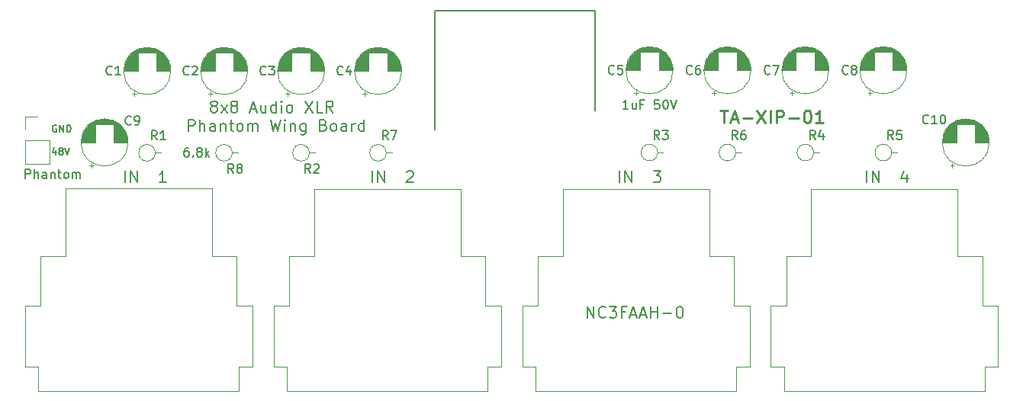
<source format=gbr>
%TF.GenerationSoftware,KiCad,Pcbnew,9.0.0*%
%TF.CreationDate,2025-03-26T12:01:05+11:00*%
%TF.ProjectId,Wing Board XLR Phantom,57696e67-2042-46f6-9172-6420584c5220,rev?*%
%TF.SameCoordinates,Original*%
%TF.FileFunction,Legend,Top*%
%TF.FilePolarity,Positive*%
%FSLAX46Y46*%
G04 Gerber Fmt 4.6, Leading zero omitted, Abs format (unit mm)*
G04 Created by KiCad (PCBNEW 9.0.0) date 2025-03-26 12:01:05*
%MOMM*%
%LPD*%
G01*
G04 APERTURE LIST*
%ADD10C,0.228600*%
%ADD11C,0.127000*%
%ADD12C,0.203200*%
%ADD13C,0.150000*%
%ADD14C,0.120000*%
%ADD15C,0.200000*%
%ADD16C,1.400000*%
%ADD17O,1.400000X1.400000*%
%ADD18C,1.600000*%
%ADD19C,3.400000*%
%ADD20C,2.900000*%
%ADD21R,1.600000X1.600000*%
%ADD22C,3.500001*%
%ADD23R,1.700000X1.700000*%
%ADD24O,1.700000X1.700000*%
%ADD25R,1.650000X1.650000*%
%ADD26C,1.650000*%
G04 APERTURE END LIST*
D10*
X77989490Y-8275345D02*
X78787776Y-8275345D01*
X78388633Y-9672345D02*
X78388633Y-8275345D01*
X79186919Y-9273202D02*
X79852157Y-9273202D01*
X79053871Y-9672345D02*
X79519538Y-8275345D01*
X79519538Y-8275345D02*
X79985204Y-9672345D01*
X80450872Y-9140155D02*
X81515253Y-9140155D01*
X82047443Y-8275345D02*
X82978776Y-9672345D01*
X82978776Y-8275345D02*
X82047443Y-9672345D01*
X83510967Y-9672345D02*
X83510967Y-8275345D01*
X84176205Y-9672345D02*
X84176205Y-8275345D01*
X84176205Y-8275345D02*
X84708395Y-8275345D01*
X84708395Y-8275345D02*
X84841443Y-8341869D01*
X84841443Y-8341869D02*
X84907966Y-8408393D01*
X84907966Y-8408393D02*
X84974490Y-8541441D01*
X84974490Y-8541441D02*
X84974490Y-8741012D01*
X84974490Y-8741012D02*
X84907966Y-8874060D01*
X84907966Y-8874060D02*
X84841443Y-8940583D01*
X84841443Y-8940583D02*
X84708395Y-9007107D01*
X84708395Y-9007107D02*
X84176205Y-9007107D01*
X85573205Y-9140155D02*
X86637586Y-9140155D01*
X87568919Y-8275345D02*
X87701966Y-8275345D01*
X87701966Y-8275345D02*
X87835014Y-8341869D01*
X87835014Y-8341869D02*
X87901538Y-8408393D01*
X87901538Y-8408393D02*
X87968062Y-8541441D01*
X87968062Y-8541441D02*
X88034585Y-8807536D01*
X88034585Y-8807536D02*
X88034585Y-9140155D01*
X88034585Y-9140155D02*
X87968062Y-9406250D01*
X87968062Y-9406250D02*
X87901538Y-9539298D01*
X87901538Y-9539298D02*
X87835014Y-9605822D01*
X87835014Y-9605822D02*
X87701966Y-9672345D01*
X87701966Y-9672345D02*
X87568919Y-9672345D01*
X87568919Y-9672345D02*
X87435871Y-9605822D01*
X87435871Y-9605822D02*
X87369347Y-9539298D01*
X87369347Y-9539298D02*
X87302824Y-9406250D01*
X87302824Y-9406250D02*
X87236300Y-9140155D01*
X87236300Y-9140155D02*
X87236300Y-8807536D01*
X87236300Y-8807536D02*
X87302824Y-8541441D01*
X87302824Y-8541441D02*
X87369347Y-8408393D01*
X87369347Y-8408393D02*
X87435871Y-8341869D01*
X87435871Y-8341869D02*
X87568919Y-8275345D01*
X89365061Y-9672345D02*
X88566776Y-9672345D01*
X88965919Y-9672345D02*
X88965919Y-8275345D01*
X88965919Y-8275345D02*
X88832871Y-8474917D01*
X88832871Y-8474917D02*
X88699823Y-8607964D01*
X88699823Y-8607964D02*
X88566776Y-8674488D01*
D11*
X4296323Y-9946788D02*
X4223752Y-9909293D01*
X4223752Y-9909293D02*
X4114894Y-9909293D01*
X4114894Y-9909293D02*
X4006037Y-9946788D01*
X4006037Y-9946788D02*
X3933466Y-10021778D01*
X3933466Y-10021778D02*
X3897180Y-10096769D01*
X3897180Y-10096769D02*
X3860894Y-10246750D01*
X3860894Y-10246750D02*
X3860894Y-10359236D01*
X3860894Y-10359236D02*
X3897180Y-10509217D01*
X3897180Y-10509217D02*
X3933466Y-10584207D01*
X3933466Y-10584207D02*
X4006037Y-10659198D01*
X4006037Y-10659198D02*
X4114894Y-10696693D01*
X4114894Y-10696693D02*
X4187466Y-10696693D01*
X4187466Y-10696693D02*
X4296323Y-10659198D01*
X4296323Y-10659198D02*
X4332609Y-10621702D01*
X4332609Y-10621702D02*
X4332609Y-10359236D01*
X4332609Y-10359236D02*
X4187466Y-10359236D01*
X4659180Y-10696693D02*
X4659180Y-9909293D01*
X4659180Y-9909293D02*
X5094609Y-10696693D01*
X5094609Y-10696693D02*
X5094609Y-9909293D01*
X5457466Y-10696693D02*
X5457466Y-9909293D01*
X5457466Y-9909293D02*
X5638895Y-9909293D01*
X5638895Y-9909293D02*
X5747752Y-9946788D01*
X5747752Y-9946788D02*
X5820323Y-10021778D01*
X5820323Y-10021778D02*
X5856609Y-10096769D01*
X5856609Y-10096769D02*
X5892895Y-10246750D01*
X5892895Y-10246750D02*
X5892895Y-10359236D01*
X5892895Y-10359236D02*
X5856609Y-10509217D01*
X5856609Y-10509217D02*
X5820323Y-10584207D01*
X5820323Y-10584207D02*
X5747752Y-10659198D01*
X5747752Y-10659198D02*
X5638895Y-10696693D01*
X5638895Y-10696693D02*
X5457466Y-10696693D01*
X4223752Y-12707099D02*
X4223752Y-13232033D01*
X4042323Y-12407138D02*
X3860894Y-12969566D01*
X3860894Y-12969566D02*
X4332609Y-12969566D01*
X4731751Y-12782090D02*
X4659180Y-12744595D01*
X4659180Y-12744595D02*
X4622894Y-12707099D01*
X4622894Y-12707099D02*
X4586608Y-12632109D01*
X4586608Y-12632109D02*
X4586608Y-12594614D01*
X4586608Y-12594614D02*
X4622894Y-12519623D01*
X4622894Y-12519623D02*
X4659180Y-12482128D01*
X4659180Y-12482128D02*
X4731751Y-12444633D01*
X4731751Y-12444633D02*
X4876894Y-12444633D01*
X4876894Y-12444633D02*
X4949466Y-12482128D01*
X4949466Y-12482128D02*
X4985751Y-12519623D01*
X4985751Y-12519623D02*
X5022037Y-12594614D01*
X5022037Y-12594614D02*
X5022037Y-12632109D01*
X5022037Y-12632109D02*
X4985751Y-12707099D01*
X4985751Y-12707099D02*
X4949466Y-12744595D01*
X4949466Y-12744595D02*
X4876894Y-12782090D01*
X4876894Y-12782090D02*
X4731751Y-12782090D01*
X4731751Y-12782090D02*
X4659180Y-12819585D01*
X4659180Y-12819585D02*
X4622894Y-12857080D01*
X4622894Y-12857080D02*
X4586608Y-12932071D01*
X4586608Y-12932071D02*
X4586608Y-13082052D01*
X4586608Y-13082052D02*
X4622894Y-13157042D01*
X4622894Y-13157042D02*
X4659180Y-13194538D01*
X4659180Y-13194538D02*
X4731751Y-13232033D01*
X4731751Y-13232033D02*
X4876894Y-13232033D01*
X4876894Y-13232033D02*
X4949466Y-13194538D01*
X4949466Y-13194538D02*
X4985751Y-13157042D01*
X4985751Y-13157042D02*
X5022037Y-13082052D01*
X5022037Y-13082052D02*
X5022037Y-12932071D01*
X5022037Y-12932071D02*
X4985751Y-12857080D01*
X4985751Y-12857080D02*
X4949466Y-12819585D01*
X4949466Y-12819585D02*
X4876894Y-12782090D01*
X5239751Y-12444633D02*
X5493751Y-13232033D01*
X5493751Y-13232033D02*
X5747751Y-12444633D01*
D12*
X39359114Y-16293209D02*
X39359114Y-15023209D01*
X39963876Y-16293209D02*
X39963876Y-15023209D01*
X39963876Y-15023209D02*
X40689591Y-16293209D01*
X40689591Y-16293209D02*
X40689591Y-15023209D01*
X43169114Y-15144161D02*
X43229590Y-15083685D01*
X43229590Y-15083685D02*
X43350543Y-15023209D01*
X43350543Y-15023209D02*
X43652924Y-15023209D01*
X43652924Y-15023209D02*
X43773876Y-15083685D01*
X43773876Y-15083685D02*
X43834352Y-15144161D01*
X43834352Y-15144161D02*
X43894829Y-15265113D01*
X43894829Y-15265113D02*
X43894829Y-15386066D01*
X43894829Y-15386066D02*
X43834352Y-15567494D01*
X43834352Y-15567494D02*
X43108638Y-16293209D01*
X43108638Y-16293209D02*
X43894829Y-16293209D01*
X94240048Y-16293209D02*
X94240048Y-15023209D01*
X94844810Y-16293209D02*
X94844810Y-15023209D01*
X94844810Y-15023209D02*
X95570525Y-16293209D01*
X95570525Y-16293209D02*
X95570525Y-15023209D01*
X98654810Y-15446542D02*
X98654810Y-16293209D01*
X98352429Y-14962733D02*
X98050048Y-15869875D01*
X98050048Y-15869875D02*
X98836239Y-15869875D01*
X21661361Y-7807865D02*
X21540409Y-7747389D01*
X21540409Y-7747389D02*
X21479932Y-7686913D01*
X21479932Y-7686913D02*
X21419456Y-7565961D01*
X21419456Y-7565961D02*
X21419456Y-7505484D01*
X21419456Y-7505484D02*
X21479932Y-7384532D01*
X21479932Y-7384532D02*
X21540409Y-7324056D01*
X21540409Y-7324056D02*
X21661361Y-7263580D01*
X21661361Y-7263580D02*
X21903266Y-7263580D01*
X21903266Y-7263580D02*
X22024218Y-7324056D01*
X22024218Y-7324056D02*
X22084694Y-7384532D01*
X22084694Y-7384532D02*
X22145171Y-7505484D01*
X22145171Y-7505484D02*
X22145171Y-7565961D01*
X22145171Y-7565961D02*
X22084694Y-7686913D01*
X22084694Y-7686913D02*
X22024218Y-7747389D01*
X22024218Y-7747389D02*
X21903266Y-7807865D01*
X21903266Y-7807865D02*
X21661361Y-7807865D01*
X21661361Y-7807865D02*
X21540409Y-7868342D01*
X21540409Y-7868342D02*
X21479932Y-7928818D01*
X21479932Y-7928818D02*
X21419456Y-8049770D01*
X21419456Y-8049770D02*
X21419456Y-8291675D01*
X21419456Y-8291675D02*
X21479932Y-8412627D01*
X21479932Y-8412627D02*
X21540409Y-8473104D01*
X21540409Y-8473104D02*
X21661361Y-8533580D01*
X21661361Y-8533580D02*
X21903266Y-8533580D01*
X21903266Y-8533580D02*
X22024218Y-8473104D01*
X22024218Y-8473104D02*
X22084694Y-8412627D01*
X22084694Y-8412627D02*
X22145171Y-8291675D01*
X22145171Y-8291675D02*
X22145171Y-8049770D01*
X22145171Y-8049770D02*
X22084694Y-7928818D01*
X22084694Y-7928818D02*
X22024218Y-7868342D01*
X22024218Y-7868342D02*
X21903266Y-7807865D01*
X22568504Y-8533580D02*
X23233742Y-7686913D01*
X22568504Y-7686913D02*
X23233742Y-8533580D01*
X23898980Y-7807865D02*
X23778028Y-7747389D01*
X23778028Y-7747389D02*
X23717551Y-7686913D01*
X23717551Y-7686913D02*
X23657075Y-7565961D01*
X23657075Y-7565961D02*
X23657075Y-7505484D01*
X23657075Y-7505484D02*
X23717551Y-7384532D01*
X23717551Y-7384532D02*
X23778028Y-7324056D01*
X23778028Y-7324056D02*
X23898980Y-7263580D01*
X23898980Y-7263580D02*
X24140885Y-7263580D01*
X24140885Y-7263580D02*
X24261837Y-7324056D01*
X24261837Y-7324056D02*
X24322313Y-7384532D01*
X24322313Y-7384532D02*
X24382790Y-7505484D01*
X24382790Y-7505484D02*
X24382790Y-7565961D01*
X24382790Y-7565961D02*
X24322313Y-7686913D01*
X24322313Y-7686913D02*
X24261837Y-7747389D01*
X24261837Y-7747389D02*
X24140885Y-7807865D01*
X24140885Y-7807865D02*
X23898980Y-7807865D01*
X23898980Y-7807865D02*
X23778028Y-7868342D01*
X23778028Y-7868342D02*
X23717551Y-7928818D01*
X23717551Y-7928818D02*
X23657075Y-8049770D01*
X23657075Y-8049770D02*
X23657075Y-8291675D01*
X23657075Y-8291675D02*
X23717551Y-8412627D01*
X23717551Y-8412627D02*
X23778028Y-8473104D01*
X23778028Y-8473104D02*
X23898980Y-8533580D01*
X23898980Y-8533580D02*
X24140885Y-8533580D01*
X24140885Y-8533580D02*
X24261837Y-8473104D01*
X24261837Y-8473104D02*
X24322313Y-8412627D01*
X24322313Y-8412627D02*
X24382790Y-8291675D01*
X24382790Y-8291675D02*
X24382790Y-8049770D01*
X24382790Y-8049770D02*
X24322313Y-7928818D01*
X24322313Y-7928818D02*
X24261837Y-7868342D01*
X24261837Y-7868342D02*
X24140885Y-7807865D01*
X25834218Y-8170723D02*
X26438980Y-8170723D01*
X25713266Y-8533580D02*
X26136599Y-7263580D01*
X26136599Y-7263580D02*
X26559933Y-8533580D01*
X27527551Y-7686913D02*
X27527551Y-8533580D01*
X26983265Y-7686913D02*
X26983265Y-8352151D01*
X26983265Y-8352151D02*
X27043742Y-8473104D01*
X27043742Y-8473104D02*
X27164694Y-8533580D01*
X27164694Y-8533580D02*
X27346123Y-8533580D01*
X27346123Y-8533580D02*
X27467075Y-8473104D01*
X27467075Y-8473104D02*
X27527551Y-8412627D01*
X28676599Y-8533580D02*
X28676599Y-7263580D01*
X28676599Y-8473104D02*
X28555647Y-8533580D01*
X28555647Y-8533580D02*
X28313742Y-8533580D01*
X28313742Y-8533580D02*
X28192790Y-8473104D01*
X28192790Y-8473104D02*
X28132313Y-8412627D01*
X28132313Y-8412627D02*
X28071837Y-8291675D01*
X28071837Y-8291675D02*
X28071837Y-7928818D01*
X28071837Y-7928818D02*
X28132313Y-7807865D01*
X28132313Y-7807865D02*
X28192790Y-7747389D01*
X28192790Y-7747389D02*
X28313742Y-7686913D01*
X28313742Y-7686913D02*
X28555647Y-7686913D01*
X28555647Y-7686913D02*
X28676599Y-7747389D01*
X29281361Y-8533580D02*
X29281361Y-7686913D01*
X29281361Y-7263580D02*
X29220885Y-7324056D01*
X29220885Y-7324056D02*
X29281361Y-7384532D01*
X29281361Y-7384532D02*
X29341838Y-7324056D01*
X29341838Y-7324056D02*
X29281361Y-7263580D01*
X29281361Y-7263580D02*
X29281361Y-7384532D01*
X30067552Y-8533580D02*
X29946600Y-8473104D01*
X29946600Y-8473104D02*
X29886123Y-8412627D01*
X29886123Y-8412627D02*
X29825647Y-8291675D01*
X29825647Y-8291675D02*
X29825647Y-7928818D01*
X29825647Y-7928818D02*
X29886123Y-7807865D01*
X29886123Y-7807865D02*
X29946600Y-7747389D01*
X29946600Y-7747389D02*
X30067552Y-7686913D01*
X30067552Y-7686913D02*
X30248981Y-7686913D01*
X30248981Y-7686913D02*
X30369933Y-7747389D01*
X30369933Y-7747389D02*
X30430409Y-7807865D01*
X30430409Y-7807865D02*
X30490885Y-7928818D01*
X30490885Y-7928818D02*
X30490885Y-8291675D01*
X30490885Y-8291675D02*
X30430409Y-8412627D01*
X30430409Y-8412627D02*
X30369933Y-8473104D01*
X30369933Y-8473104D02*
X30248981Y-8533580D01*
X30248981Y-8533580D02*
X30067552Y-8533580D01*
X31881838Y-7263580D02*
X32728505Y-8533580D01*
X32728505Y-7263580D02*
X31881838Y-8533580D01*
X33817076Y-8533580D02*
X33212314Y-8533580D01*
X33212314Y-8533580D02*
X33212314Y-7263580D01*
X34966124Y-8533580D02*
X34542790Y-7928818D01*
X34240409Y-8533580D02*
X34240409Y-7263580D01*
X34240409Y-7263580D02*
X34724219Y-7263580D01*
X34724219Y-7263580D02*
X34845171Y-7324056D01*
X34845171Y-7324056D02*
X34905648Y-7384532D01*
X34905648Y-7384532D02*
X34966124Y-7505484D01*
X34966124Y-7505484D02*
X34966124Y-7686913D01*
X34966124Y-7686913D02*
X34905648Y-7807865D01*
X34905648Y-7807865D02*
X34845171Y-7868342D01*
X34845171Y-7868342D02*
X34724219Y-7928818D01*
X34724219Y-7928818D02*
X34240409Y-7928818D01*
X18939931Y-10578209D02*
X18939931Y-9308209D01*
X18939931Y-9308209D02*
X19423741Y-9308209D01*
X19423741Y-9308209D02*
X19544693Y-9368685D01*
X19544693Y-9368685D02*
X19605170Y-9429161D01*
X19605170Y-9429161D02*
X19665646Y-9550113D01*
X19665646Y-9550113D02*
X19665646Y-9731542D01*
X19665646Y-9731542D02*
X19605170Y-9852494D01*
X19605170Y-9852494D02*
X19544693Y-9912971D01*
X19544693Y-9912971D02*
X19423741Y-9973447D01*
X19423741Y-9973447D02*
X18939931Y-9973447D01*
X20209931Y-10578209D02*
X20209931Y-9308209D01*
X20754217Y-10578209D02*
X20754217Y-9912971D01*
X20754217Y-9912971D02*
X20693741Y-9792018D01*
X20693741Y-9792018D02*
X20572789Y-9731542D01*
X20572789Y-9731542D02*
X20391360Y-9731542D01*
X20391360Y-9731542D02*
X20270408Y-9792018D01*
X20270408Y-9792018D02*
X20209931Y-9852494D01*
X21903265Y-10578209D02*
X21903265Y-9912971D01*
X21903265Y-9912971D02*
X21842789Y-9792018D01*
X21842789Y-9792018D02*
X21721837Y-9731542D01*
X21721837Y-9731542D02*
X21479932Y-9731542D01*
X21479932Y-9731542D02*
X21358979Y-9792018D01*
X21903265Y-10517733D02*
X21782313Y-10578209D01*
X21782313Y-10578209D02*
X21479932Y-10578209D01*
X21479932Y-10578209D02*
X21358979Y-10517733D01*
X21358979Y-10517733D02*
X21298503Y-10396780D01*
X21298503Y-10396780D02*
X21298503Y-10275828D01*
X21298503Y-10275828D02*
X21358979Y-10154875D01*
X21358979Y-10154875D02*
X21479932Y-10094399D01*
X21479932Y-10094399D02*
X21782313Y-10094399D01*
X21782313Y-10094399D02*
X21903265Y-10033923D01*
X22508027Y-9731542D02*
X22508027Y-10578209D01*
X22508027Y-9852494D02*
X22568504Y-9792018D01*
X22568504Y-9792018D02*
X22689456Y-9731542D01*
X22689456Y-9731542D02*
X22870885Y-9731542D01*
X22870885Y-9731542D02*
X22991837Y-9792018D01*
X22991837Y-9792018D02*
X23052313Y-9912971D01*
X23052313Y-9912971D02*
X23052313Y-10578209D01*
X23475647Y-9731542D02*
X23959456Y-9731542D01*
X23657075Y-9308209D02*
X23657075Y-10396780D01*
X23657075Y-10396780D02*
X23717552Y-10517733D01*
X23717552Y-10517733D02*
X23838504Y-10578209D01*
X23838504Y-10578209D02*
X23959456Y-10578209D01*
X24564218Y-10578209D02*
X24443266Y-10517733D01*
X24443266Y-10517733D02*
X24382789Y-10457256D01*
X24382789Y-10457256D02*
X24322313Y-10336304D01*
X24322313Y-10336304D02*
X24322313Y-9973447D01*
X24322313Y-9973447D02*
X24382789Y-9852494D01*
X24382789Y-9852494D02*
X24443266Y-9792018D01*
X24443266Y-9792018D02*
X24564218Y-9731542D01*
X24564218Y-9731542D02*
X24745647Y-9731542D01*
X24745647Y-9731542D02*
X24866599Y-9792018D01*
X24866599Y-9792018D02*
X24927075Y-9852494D01*
X24927075Y-9852494D02*
X24987551Y-9973447D01*
X24987551Y-9973447D02*
X24987551Y-10336304D01*
X24987551Y-10336304D02*
X24927075Y-10457256D01*
X24927075Y-10457256D02*
X24866599Y-10517733D01*
X24866599Y-10517733D02*
X24745647Y-10578209D01*
X24745647Y-10578209D02*
X24564218Y-10578209D01*
X25531837Y-10578209D02*
X25531837Y-9731542D01*
X25531837Y-9852494D02*
X25592314Y-9792018D01*
X25592314Y-9792018D02*
X25713266Y-9731542D01*
X25713266Y-9731542D02*
X25894695Y-9731542D01*
X25894695Y-9731542D02*
X26015647Y-9792018D01*
X26015647Y-9792018D02*
X26076123Y-9912971D01*
X26076123Y-9912971D02*
X26076123Y-10578209D01*
X26076123Y-9912971D02*
X26136599Y-9792018D01*
X26136599Y-9792018D02*
X26257552Y-9731542D01*
X26257552Y-9731542D02*
X26438980Y-9731542D01*
X26438980Y-9731542D02*
X26559933Y-9792018D01*
X26559933Y-9792018D02*
X26620409Y-9912971D01*
X26620409Y-9912971D02*
X26620409Y-10578209D01*
X28071837Y-9308209D02*
X28374218Y-10578209D01*
X28374218Y-10578209D02*
X28616123Y-9671066D01*
X28616123Y-9671066D02*
X28858028Y-10578209D01*
X28858028Y-10578209D02*
X29160409Y-9308209D01*
X29644218Y-10578209D02*
X29644218Y-9731542D01*
X29644218Y-9308209D02*
X29583742Y-9368685D01*
X29583742Y-9368685D02*
X29644218Y-9429161D01*
X29644218Y-9429161D02*
X29704695Y-9368685D01*
X29704695Y-9368685D02*
X29644218Y-9308209D01*
X29644218Y-9308209D02*
X29644218Y-9429161D01*
X30248980Y-9731542D02*
X30248980Y-10578209D01*
X30248980Y-9852494D02*
X30309457Y-9792018D01*
X30309457Y-9792018D02*
X30430409Y-9731542D01*
X30430409Y-9731542D02*
X30611838Y-9731542D01*
X30611838Y-9731542D02*
X30732790Y-9792018D01*
X30732790Y-9792018D02*
X30793266Y-9912971D01*
X30793266Y-9912971D02*
X30793266Y-10578209D01*
X31942314Y-9731542D02*
X31942314Y-10759637D01*
X31942314Y-10759637D02*
X31881838Y-10880590D01*
X31881838Y-10880590D02*
X31821362Y-10941066D01*
X31821362Y-10941066D02*
X31700409Y-11001542D01*
X31700409Y-11001542D02*
X31518981Y-11001542D01*
X31518981Y-11001542D02*
X31398028Y-10941066D01*
X31942314Y-10517733D02*
X31821362Y-10578209D01*
X31821362Y-10578209D02*
X31579457Y-10578209D01*
X31579457Y-10578209D02*
X31458505Y-10517733D01*
X31458505Y-10517733D02*
X31398028Y-10457256D01*
X31398028Y-10457256D02*
X31337552Y-10336304D01*
X31337552Y-10336304D02*
X31337552Y-9973447D01*
X31337552Y-9973447D02*
X31398028Y-9852494D01*
X31398028Y-9852494D02*
X31458505Y-9792018D01*
X31458505Y-9792018D02*
X31579457Y-9731542D01*
X31579457Y-9731542D02*
X31821362Y-9731542D01*
X31821362Y-9731542D02*
X31942314Y-9792018D01*
X33938029Y-9912971D02*
X34119457Y-9973447D01*
X34119457Y-9973447D02*
X34179934Y-10033923D01*
X34179934Y-10033923D02*
X34240410Y-10154875D01*
X34240410Y-10154875D02*
X34240410Y-10336304D01*
X34240410Y-10336304D02*
X34179934Y-10457256D01*
X34179934Y-10457256D02*
X34119457Y-10517733D01*
X34119457Y-10517733D02*
X33998505Y-10578209D01*
X33998505Y-10578209D02*
X33514695Y-10578209D01*
X33514695Y-10578209D02*
X33514695Y-9308209D01*
X33514695Y-9308209D02*
X33938029Y-9308209D01*
X33938029Y-9308209D02*
X34058981Y-9368685D01*
X34058981Y-9368685D02*
X34119457Y-9429161D01*
X34119457Y-9429161D02*
X34179934Y-9550113D01*
X34179934Y-9550113D02*
X34179934Y-9671066D01*
X34179934Y-9671066D02*
X34119457Y-9792018D01*
X34119457Y-9792018D02*
X34058981Y-9852494D01*
X34058981Y-9852494D02*
X33938029Y-9912971D01*
X33938029Y-9912971D02*
X33514695Y-9912971D01*
X34966124Y-10578209D02*
X34845172Y-10517733D01*
X34845172Y-10517733D02*
X34784695Y-10457256D01*
X34784695Y-10457256D02*
X34724219Y-10336304D01*
X34724219Y-10336304D02*
X34724219Y-9973447D01*
X34724219Y-9973447D02*
X34784695Y-9852494D01*
X34784695Y-9852494D02*
X34845172Y-9792018D01*
X34845172Y-9792018D02*
X34966124Y-9731542D01*
X34966124Y-9731542D02*
X35147553Y-9731542D01*
X35147553Y-9731542D02*
X35268505Y-9792018D01*
X35268505Y-9792018D02*
X35328981Y-9852494D01*
X35328981Y-9852494D02*
X35389457Y-9973447D01*
X35389457Y-9973447D02*
X35389457Y-10336304D01*
X35389457Y-10336304D02*
X35328981Y-10457256D01*
X35328981Y-10457256D02*
X35268505Y-10517733D01*
X35268505Y-10517733D02*
X35147553Y-10578209D01*
X35147553Y-10578209D02*
X34966124Y-10578209D01*
X36478029Y-10578209D02*
X36478029Y-9912971D01*
X36478029Y-9912971D02*
X36417553Y-9792018D01*
X36417553Y-9792018D02*
X36296601Y-9731542D01*
X36296601Y-9731542D02*
X36054696Y-9731542D01*
X36054696Y-9731542D02*
X35933743Y-9792018D01*
X36478029Y-10517733D02*
X36357077Y-10578209D01*
X36357077Y-10578209D02*
X36054696Y-10578209D01*
X36054696Y-10578209D02*
X35933743Y-10517733D01*
X35933743Y-10517733D02*
X35873267Y-10396780D01*
X35873267Y-10396780D02*
X35873267Y-10275828D01*
X35873267Y-10275828D02*
X35933743Y-10154875D01*
X35933743Y-10154875D02*
X36054696Y-10094399D01*
X36054696Y-10094399D02*
X36357077Y-10094399D01*
X36357077Y-10094399D02*
X36478029Y-10033923D01*
X37082791Y-10578209D02*
X37082791Y-9731542D01*
X37082791Y-9973447D02*
X37143268Y-9852494D01*
X37143268Y-9852494D02*
X37203744Y-9792018D01*
X37203744Y-9792018D02*
X37324696Y-9731542D01*
X37324696Y-9731542D02*
X37445649Y-9731542D01*
X38413267Y-10578209D02*
X38413267Y-9308209D01*
X38413267Y-10517733D02*
X38292315Y-10578209D01*
X38292315Y-10578209D02*
X38050410Y-10578209D01*
X38050410Y-10578209D02*
X37929458Y-10517733D01*
X37929458Y-10517733D02*
X37868981Y-10457256D01*
X37868981Y-10457256D02*
X37808505Y-10336304D01*
X37808505Y-10336304D02*
X37808505Y-9973447D01*
X37808505Y-9973447D02*
X37868981Y-9852494D01*
X37868981Y-9852494D02*
X37929458Y-9792018D01*
X37929458Y-9792018D02*
X38050410Y-9731542D01*
X38050410Y-9731542D02*
X38292315Y-9731542D01*
X38292315Y-9731542D02*
X38413267Y-9792018D01*
X11918648Y-16293209D02*
X11918648Y-15023209D01*
X12523410Y-16293209D02*
X12523410Y-15023209D01*
X12523410Y-15023209D02*
X13249125Y-16293209D01*
X13249125Y-16293209D02*
X13249125Y-15023209D01*
X16454363Y-16293209D02*
X15728648Y-16293209D01*
X16091505Y-16293209D02*
X16091505Y-15023209D01*
X16091505Y-15023209D02*
X15970553Y-15204637D01*
X15970553Y-15204637D02*
X15849601Y-15325590D01*
X15849601Y-15325590D02*
X15728648Y-15386066D01*
X66799580Y-16293209D02*
X66799580Y-15023209D01*
X67404342Y-16293209D02*
X67404342Y-15023209D01*
X67404342Y-15023209D02*
X68130057Y-16293209D01*
X68130057Y-16293209D02*
X68130057Y-15023209D01*
X70549104Y-15023209D02*
X71335295Y-15023209D01*
X71335295Y-15023209D02*
X70911961Y-15507018D01*
X70911961Y-15507018D02*
X71093390Y-15507018D01*
X71093390Y-15507018D02*
X71214342Y-15567494D01*
X71214342Y-15567494D02*
X71274818Y-15627971D01*
X71274818Y-15627971D02*
X71335295Y-15748923D01*
X71335295Y-15748923D02*
X71335295Y-16051304D01*
X71335295Y-16051304D02*
X71274818Y-16172256D01*
X71274818Y-16172256D02*
X71214342Y-16232733D01*
X71214342Y-16232733D02*
X71093390Y-16293209D01*
X71093390Y-16293209D02*
X70730533Y-16293209D01*
X70730533Y-16293209D02*
X70609580Y-16232733D01*
X70609580Y-16232733D02*
X70549104Y-16172256D01*
D13*
X32486765Y-15237619D02*
X32153432Y-14761428D01*
X31915337Y-15237619D02*
X31915337Y-14237619D01*
X31915337Y-14237619D02*
X32296289Y-14237619D01*
X32296289Y-14237619D02*
X32391527Y-14285238D01*
X32391527Y-14285238D02*
X32439146Y-14332857D01*
X32439146Y-14332857D02*
X32486765Y-14428095D01*
X32486765Y-14428095D02*
X32486765Y-14570952D01*
X32486765Y-14570952D02*
X32439146Y-14666190D01*
X32439146Y-14666190D02*
X32391527Y-14713809D01*
X32391527Y-14713809D02*
X32296289Y-14761428D01*
X32296289Y-14761428D02*
X31915337Y-14761428D01*
X32867718Y-14332857D02*
X32915337Y-14285238D01*
X32915337Y-14285238D02*
X33010575Y-14237619D01*
X33010575Y-14237619D02*
X33248670Y-14237619D01*
X33248670Y-14237619D02*
X33343908Y-14285238D01*
X33343908Y-14285238D02*
X33391527Y-14332857D01*
X33391527Y-14332857D02*
X33439146Y-14428095D01*
X33439146Y-14428095D02*
X33439146Y-14523333D01*
X33439146Y-14523333D02*
X33391527Y-14666190D01*
X33391527Y-14666190D02*
X32820099Y-15237619D01*
X32820099Y-15237619D02*
X33439146Y-15237619D01*
X15446033Y-11539619D02*
X15112700Y-11063428D01*
X14874605Y-11539619D02*
X14874605Y-10539619D01*
X14874605Y-10539619D02*
X15255557Y-10539619D01*
X15255557Y-10539619D02*
X15350795Y-10587238D01*
X15350795Y-10587238D02*
X15398414Y-10634857D01*
X15398414Y-10634857D02*
X15446033Y-10730095D01*
X15446033Y-10730095D02*
X15446033Y-10872952D01*
X15446033Y-10872952D02*
X15398414Y-10968190D01*
X15398414Y-10968190D02*
X15350795Y-11015809D01*
X15350795Y-11015809D02*
X15255557Y-11063428D01*
X15255557Y-11063428D02*
X14874605Y-11063428D01*
X16398414Y-11539619D02*
X15826986Y-11539619D01*
X16112700Y-11539619D02*
X16112700Y-10539619D01*
X16112700Y-10539619D02*
X16017462Y-10682476D01*
X16017462Y-10682476D02*
X15922224Y-10777714D01*
X15922224Y-10777714D02*
X15826986Y-10825333D01*
X18934228Y-12434219D02*
X18743752Y-12434219D01*
X18743752Y-12434219D02*
X18648514Y-12481838D01*
X18648514Y-12481838D02*
X18600895Y-12529457D01*
X18600895Y-12529457D02*
X18505657Y-12672314D01*
X18505657Y-12672314D02*
X18458038Y-12862790D01*
X18458038Y-12862790D02*
X18458038Y-13243742D01*
X18458038Y-13243742D02*
X18505657Y-13338980D01*
X18505657Y-13338980D02*
X18553276Y-13386600D01*
X18553276Y-13386600D02*
X18648514Y-13434219D01*
X18648514Y-13434219D02*
X18838990Y-13434219D01*
X18838990Y-13434219D02*
X18934228Y-13386600D01*
X18934228Y-13386600D02*
X18981847Y-13338980D01*
X18981847Y-13338980D02*
X19029466Y-13243742D01*
X19029466Y-13243742D02*
X19029466Y-13005647D01*
X19029466Y-13005647D02*
X18981847Y-12910409D01*
X18981847Y-12910409D02*
X18934228Y-12862790D01*
X18934228Y-12862790D02*
X18838990Y-12815171D01*
X18838990Y-12815171D02*
X18648514Y-12815171D01*
X18648514Y-12815171D02*
X18553276Y-12862790D01*
X18553276Y-12862790D02*
X18505657Y-12910409D01*
X18505657Y-12910409D02*
X18458038Y-13005647D01*
X19458038Y-13338980D02*
X19505657Y-13386600D01*
X19505657Y-13386600D02*
X19458038Y-13434219D01*
X19458038Y-13434219D02*
X19410419Y-13386600D01*
X19410419Y-13386600D02*
X19458038Y-13338980D01*
X19458038Y-13338980D02*
X19458038Y-13434219D01*
X20077085Y-12862790D02*
X19981847Y-12815171D01*
X19981847Y-12815171D02*
X19934228Y-12767552D01*
X19934228Y-12767552D02*
X19886609Y-12672314D01*
X19886609Y-12672314D02*
X19886609Y-12624695D01*
X19886609Y-12624695D02*
X19934228Y-12529457D01*
X19934228Y-12529457D02*
X19981847Y-12481838D01*
X19981847Y-12481838D02*
X20077085Y-12434219D01*
X20077085Y-12434219D02*
X20267561Y-12434219D01*
X20267561Y-12434219D02*
X20362799Y-12481838D01*
X20362799Y-12481838D02*
X20410418Y-12529457D01*
X20410418Y-12529457D02*
X20458037Y-12624695D01*
X20458037Y-12624695D02*
X20458037Y-12672314D01*
X20458037Y-12672314D02*
X20410418Y-12767552D01*
X20410418Y-12767552D02*
X20362799Y-12815171D01*
X20362799Y-12815171D02*
X20267561Y-12862790D01*
X20267561Y-12862790D02*
X20077085Y-12862790D01*
X20077085Y-12862790D02*
X19981847Y-12910409D01*
X19981847Y-12910409D02*
X19934228Y-12958028D01*
X19934228Y-12958028D02*
X19886609Y-13053266D01*
X19886609Y-13053266D02*
X19886609Y-13243742D01*
X19886609Y-13243742D02*
X19934228Y-13338980D01*
X19934228Y-13338980D02*
X19981847Y-13386600D01*
X19981847Y-13386600D02*
X20077085Y-13434219D01*
X20077085Y-13434219D02*
X20267561Y-13434219D01*
X20267561Y-13434219D02*
X20362799Y-13386600D01*
X20362799Y-13386600D02*
X20410418Y-13338980D01*
X20410418Y-13338980D02*
X20458037Y-13243742D01*
X20458037Y-13243742D02*
X20458037Y-13053266D01*
X20458037Y-13053266D02*
X20410418Y-12958028D01*
X20410418Y-12958028D02*
X20362799Y-12910409D01*
X20362799Y-12910409D02*
X20267561Y-12862790D01*
X20886609Y-13434219D02*
X20886609Y-12434219D01*
X20981847Y-13053266D02*
X21267561Y-13434219D01*
X21267561Y-12767552D02*
X20886609Y-13148504D01*
X41082133Y-11539619D02*
X40748800Y-11063428D01*
X40510705Y-11539619D02*
X40510705Y-10539619D01*
X40510705Y-10539619D02*
X40891657Y-10539619D01*
X40891657Y-10539619D02*
X40986895Y-10587238D01*
X40986895Y-10587238D02*
X41034514Y-10634857D01*
X41034514Y-10634857D02*
X41082133Y-10730095D01*
X41082133Y-10730095D02*
X41082133Y-10872952D01*
X41082133Y-10872952D02*
X41034514Y-10968190D01*
X41034514Y-10968190D02*
X40986895Y-11015809D01*
X40986895Y-11015809D02*
X40891657Y-11063428D01*
X40891657Y-11063428D02*
X40510705Y-11063428D01*
X41415467Y-10539619D02*
X42082133Y-10539619D01*
X42082133Y-10539619D02*
X41653562Y-11539619D01*
X10450000Y-4269780D02*
X10402381Y-4317400D01*
X10402381Y-4317400D02*
X10259524Y-4365019D01*
X10259524Y-4365019D02*
X10164286Y-4365019D01*
X10164286Y-4365019D02*
X10021429Y-4317400D01*
X10021429Y-4317400D02*
X9926191Y-4222161D01*
X9926191Y-4222161D02*
X9878572Y-4126923D01*
X9878572Y-4126923D02*
X9830953Y-3936447D01*
X9830953Y-3936447D02*
X9830953Y-3793590D01*
X9830953Y-3793590D02*
X9878572Y-3603114D01*
X9878572Y-3603114D02*
X9926191Y-3507876D01*
X9926191Y-3507876D02*
X10021429Y-3412638D01*
X10021429Y-3412638D02*
X10164286Y-3365019D01*
X10164286Y-3365019D02*
X10259524Y-3365019D01*
X10259524Y-3365019D02*
X10402381Y-3412638D01*
X10402381Y-3412638D02*
X10450000Y-3460257D01*
X11402381Y-4365019D02*
X10830953Y-4365019D01*
X11116667Y-4365019D02*
X11116667Y-3365019D01*
X11116667Y-3365019D02*
X11021429Y-3507876D01*
X11021429Y-3507876D02*
X10926191Y-3603114D01*
X10926191Y-3603114D02*
X10830953Y-3650733D01*
X36067800Y-4269780D02*
X36020181Y-4317400D01*
X36020181Y-4317400D02*
X35877324Y-4365019D01*
X35877324Y-4365019D02*
X35782086Y-4365019D01*
X35782086Y-4365019D02*
X35639229Y-4317400D01*
X35639229Y-4317400D02*
X35543991Y-4222161D01*
X35543991Y-4222161D02*
X35496372Y-4126923D01*
X35496372Y-4126923D02*
X35448753Y-3936447D01*
X35448753Y-3936447D02*
X35448753Y-3793590D01*
X35448753Y-3793590D02*
X35496372Y-3603114D01*
X35496372Y-3603114D02*
X35543991Y-3507876D01*
X35543991Y-3507876D02*
X35639229Y-3412638D01*
X35639229Y-3412638D02*
X35782086Y-3365019D01*
X35782086Y-3365019D02*
X35877324Y-3365019D01*
X35877324Y-3365019D02*
X36020181Y-3412638D01*
X36020181Y-3412638D02*
X36067800Y-3460257D01*
X36924943Y-3698352D02*
X36924943Y-4365019D01*
X36686848Y-3317400D02*
X36448753Y-4031685D01*
X36448753Y-4031685D02*
X37067800Y-4031685D01*
X18989266Y-4269780D02*
X18941647Y-4317400D01*
X18941647Y-4317400D02*
X18798790Y-4365019D01*
X18798790Y-4365019D02*
X18703552Y-4365019D01*
X18703552Y-4365019D02*
X18560695Y-4317400D01*
X18560695Y-4317400D02*
X18465457Y-4222161D01*
X18465457Y-4222161D02*
X18417838Y-4126923D01*
X18417838Y-4126923D02*
X18370219Y-3936447D01*
X18370219Y-3936447D02*
X18370219Y-3793590D01*
X18370219Y-3793590D02*
X18417838Y-3603114D01*
X18417838Y-3603114D02*
X18465457Y-3507876D01*
X18465457Y-3507876D02*
X18560695Y-3412638D01*
X18560695Y-3412638D02*
X18703552Y-3365019D01*
X18703552Y-3365019D02*
X18798790Y-3365019D01*
X18798790Y-3365019D02*
X18941647Y-3412638D01*
X18941647Y-3412638D02*
X18989266Y-3460257D01*
X19370219Y-3460257D02*
X19417838Y-3412638D01*
X19417838Y-3412638D02*
X19513076Y-3365019D01*
X19513076Y-3365019D02*
X19751171Y-3365019D01*
X19751171Y-3365019D02*
X19846409Y-3412638D01*
X19846409Y-3412638D02*
X19894028Y-3460257D01*
X19894028Y-3460257D02*
X19941647Y-3555495D01*
X19941647Y-3555495D02*
X19941647Y-3650733D01*
X19941647Y-3650733D02*
X19894028Y-3793590D01*
X19894028Y-3793590D02*
X19322600Y-4365019D01*
X19322600Y-4365019D02*
X19941647Y-4365019D01*
X88512399Y-11514219D02*
X88179066Y-11038028D01*
X87940971Y-11514219D02*
X87940971Y-10514219D01*
X87940971Y-10514219D02*
X88321923Y-10514219D01*
X88321923Y-10514219D02*
X88417161Y-10561838D01*
X88417161Y-10561838D02*
X88464780Y-10609457D01*
X88464780Y-10609457D02*
X88512399Y-10704695D01*
X88512399Y-10704695D02*
X88512399Y-10847552D01*
X88512399Y-10847552D02*
X88464780Y-10942790D01*
X88464780Y-10942790D02*
X88417161Y-10990409D01*
X88417161Y-10990409D02*
X88321923Y-11038028D01*
X88321923Y-11038028D02*
X87940971Y-11038028D01*
X89369542Y-10847552D02*
X89369542Y-11514219D01*
X89131447Y-10466600D02*
X88893352Y-11180885D01*
X88893352Y-11180885D02*
X89512399Y-11180885D01*
X101058742Y-9681380D02*
X101011123Y-9729000D01*
X101011123Y-9729000D02*
X100868266Y-9776619D01*
X100868266Y-9776619D02*
X100773028Y-9776619D01*
X100773028Y-9776619D02*
X100630171Y-9729000D01*
X100630171Y-9729000D02*
X100534933Y-9633761D01*
X100534933Y-9633761D02*
X100487314Y-9538523D01*
X100487314Y-9538523D02*
X100439695Y-9348047D01*
X100439695Y-9348047D02*
X100439695Y-9205190D01*
X100439695Y-9205190D02*
X100487314Y-9014714D01*
X100487314Y-9014714D02*
X100534933Y-8919476D01*
X100534933Y-8919476D02*
X100630171Y-8824238D01*
X100630171Y-8824238D02*
X100773028Y-8776619D01*
X100773028Y-8776619D02*
X100868266Y-8776619D01*
X100868266Y-8776619D02*
X101011123Y-8824238D01*
X101011123Y-8824238D02*
X101058742Y-8871857D01*
X102011123Y-9776619D02*
X101439695Y-9776619D01*
X101725409Y-9776619D02*
X101725409Y-8776619D01*
X101725409Y-8776619D02*
X101630171Y-8919476D01*
X101630171Y-8919476D02*
X101534933Y-9014714D01*
X101534933Y-9014714D02*
X101439695Y-9062333D01*
X102630171Y-8776619D02*
X102725409Y-8776619D01*
X102725409Y-8776619D02*
X102820647Y-8824238D01*
X102820647Y-8824238D02*
X102868266Y-8871857D01*
X102868266Y-8871857D02*
X102915885Y-8967095D01*
X102915885Y-8967095D02*
X102963504Y-9157571D01*
X102963504Y-9157571D02*
X102963504Y-9395666D01*
X102963504Y-9395666D02*
X102915885Y-9586142D01*
X102915885Y-9586142D02*
X102868266Y-9681380D01*
X102868266Y-9681380D02*
X102820647Y-9729000D01*
X102820647Y-9729000D02*
X102725409Y-9776619D01*
X102725409Y-9776619D02*
X102630171Y-9776619D01*
X102630171Y-9776619D02*
X102534933Y-9729000D01*
X102534933Y-9729000D02*
X102487314Y-9681380D01*
X102487314Y-9681380D02*
X102439695Y-9586142D01*
X102439695Y-9586142D02*
X102392076Y-9395666D01*
X102392076Y-9395666D02*
X102392076Y-9157571D01*
X102392076Y-9157571D02*
X102439695Y-8967095D01*
X102439695Y-8967095D02*
X102487314Y-8871857D01*
X102487314Y-8871857D02*
X102534933Y-8824238D01*
X102534933Y-8824238D02*
X102630171Y-8776619D01*
X74840266Y-4193580D02*
X74792647Y-4241200D01*
X74792647Y-4241200D02*
X74649790Y-4288819D01*
X74649790Y-4288819D02*
X74554552Y-4288819D01*
X74554552Y-4288819D02*
X74411695Y-4241200D01*
X74411695Y-4241200D02*
X74316457Y-4145961D01*
X74316457Y-4145961D02*
X74268838Y-4050723D01*
X74268838Y-4050723D02*
X74221219Y-3860247D01*
X74221219Y-3860247D02*
X74221219Y-3717390D01*
X74221219Y-3717390D02*
X74268838Y-3526914D01*
X74268838Y-3526914D02*
X74316457Y-3431676D01*
X74316457Y-3431676D02*
X74411695Y-3336438D01*
X74411695Y-3336438D02*
X74554552Y-3288819D01*
X74554552Y-3288819D02*
X74649790Y-3288819D01*
X74649790Y-3288819D02*
X74792647Y-3336438D01*
X74792647Y-3336438D02*
X74840266Y-3384057D01*
X75697409Y-3288819D02*
X75506933Y-3288819D01*
X75506933Y-3288819D02*
X75411695Y-3336438D01*
X75411695Y-3336438D02*
X75364076Y-3384057D01*
X75364076Y-3384057D02*
X75268838Y-3526914D01*
X75268838Y-3526914D02*
X75221219Y-3717390D01*
X75221219Y-3717390D02*
X75221219Y-4098342D01*
X75221219Y-4098342D02*
X75268838Y-4193580D01*
X75268838Y-4193580D02*
X75316457Y-4241200D01*
X75316457Y-4241200D02*
X75411695Y-4288819D01*
X75411695Y-4288819D02*
X75602171Y-4288819D01*
X75602171Y-4288819D02*
X75697409Y-4241200D01*
X75697409Y-4241200D02*
X75745028Y-4193580D01*
X75745028Y-4193580D02*
X75792647Y-4098342D01*
X75792647Y-4098342D02*
X75792647Y-3860247D01*
X75792647Y-3860247D02*
X75745028Y-3765009D01*
X75745028Y-3765009D02*
X75697409Y-3717390D01*
X75697409Y-3717390D02*
X75602171Y-3669771D01*
X75602171Y-3669771D02*
X75411695Y-3669771D01*
X75411695Y-3669771D02*
X75316457Y-3717390D01*
X75316457Y-3717390D02*
X75268838Y-3765009D01*
X75268838Y-3765009D02*
X75221219Y-3860247D01*
X27528532Y-4269780D02*
X27480913Y-4317400D01*
X27480913Y-4317400D02*
X27338056Y-4365019D01*
X27338056Y-4365019D02*
X27242818Y-4365019D01*
X27242818Y-4365019D02*
X27099961Y-4317400D01*
X27099961Y-4317400D02*
X27004723Y-4222161D01*
X27004723Y-4222161D02*
X26957104Y-4126923D01*
X26957104Y-4126923D02*
X26909485Y-3936447D01*
X26909485Y-3936447D02*
X26909485Y-3793590D01*
X26909485Y-3793590D02*
X26957104Y-3603114D01*
X26957104Y-3603114D02*
X27004723Y-3507876D01*
X27004723Y-3507876D02*
X27099961Y-3412638D01*
X27099961Y-3412638D02*
X27242818Y-3365019D01*
X27242818Y-3365019D02*
X27338056Y-3365019D01*
X27338056Y-3365019D02*
X27480913Y-3412638D01*
X27480913Y-3412638D02*
X27528532Y-3460257D01*
X27861866Y-3365019D02*
X28480913Y-3365019D01*
X28480913Y-3365019D02*
X28147580Y-3745971D01*
X28147580Y-3745971D02*
X28290437Y-3745971D01*
X28290437Y-3745971D02*
X28385675Y-3793590D01*
X28385675Y-3793590D02*
X28433294Y-3841209D01*
X28433294Y-3841209D02*
X28480913Y-3936447D01*
X28480913Y-3936447D02*
X28480913Y-4174542D01*
X28480913Y-4174542D02*
X28433294Y-4269780D01*
X28433294Y-4269780D02*
X28385675Y-4317400D01*
X28385675Y-4317400D02*
X28290437Y-4365019D01*
X28290437Y-4365019D02*
X28004723Y-4365019D01*
X28004723Y-4365019D02*
X27909485Y-4317400D01*
X27909485Y-4317400D02*
X27861866Y-4269780D01*
D12*
X63186533Y-31336359D02*
X63186533Y-30066359D01*
X63186533Y-30066359D02*
X63912248Y-31336359D01*
X63912248Y-31336359D02*
X63912248Y-30066359D01*
X65242724Y-31215406D02*
X65182248Y-31275883D01*
X65182248Y-31275883D02*
X65000819Y-31336359D01*
X65000819Y-31336359D02*
X64879867Y-31336359D01*
X64879867Y-31336359D02*
X64698438Y-31275883D01*
X64698438Y-31275883D02*
X64577486Y-31154930D01*
X64577486Y-31154930D02*
X64517009Y-31033978D01*
X64517009Y-31033978D02*
X64456533Y-30792073D01*
X64456533Y-30792073D02*
X64456533Y-30610644D01*
X64456533Y-30610644D02*
X64517009Y-30368740D01*
X64517009Y-30368740D02*
X64577486Y-30247787D01*
X64577486Y-30247787D02*
X64698438Y-30126835D01*
X64698438Y-30126835D02*
X64879867Y-30066359D01*
X64879867Y-30066359D02*
X65000819Y-30066359D01*
X65000819Y-30066359D02*
X65182248Y-30126835D01*
X65182248Y-30126835D02*
X65242724Y-30187311D01*
X65666057Y-30066359D02*
X66452248Y-30066359D01*
X66452248Y-30066359D02*
X66028914Y-30550168D01*
X66028914Y-30550168D02*
X66210343Y-30550168D01*
X66210343Y-30550168D02*
X66331295Y-30610644D01*
X66331295Y-30610644D02*
X66391771Y-30671121D01*
X66391771Y-30671121D02*
X66452248Y-30792073D01*
X66452248Y-30792073D02*
X66452248Y-31094454D01*
X66452248Y-31094454D02*
X66391771Y-31215406D01*
X66391771Y-31215406D02*
X66331295Y-31275883D01*
X66331295Y-31275883D02*
X66210343Y-31336359D01*
X66210343Y-31336359D02*
X65847486Y-31336359D01*
X65847486Y-31336359D02*
X65726533Y-31275883D01*
X65726533Y-31275883D02*
X65666057Y-31215406D01*
X67419867Y-30671121D02*
X66996533Y-30671121D01*
X66996533Y-31336359D02*
X66996533Y-30066359D01*
X66996533Y-30066359D02*
X67601295Y-30066359D01*
X68024628Y-30973502D02*
X68629390Y-30973502D01*
X67903676Y-31336359D02*
X68327009Y-30066359D01*
X68327009Y-30066359D02*
X68750343Y-31336359D01*
X69113199Y-30973502D02*
X69717961Y-30973502D01*
X68992247Y-31336359D02*
X69415580Y-30066359D01*
X69415580Y-30066359D02*
X69838914Y-31336359D01*
X70262246Y-31336359D02*
X70262246Y-30066359D01*
X70262246Y-30671121D02*
X70987961Y-30671121D01*
X70987961Y-31336359D02*
X70987961Y-30066359D01*
X71592722Y-30852549D02*
X72560342Y-30852549D01*
X73407008Y-30066359D02*
X73527961Y-30066359D01*
X73527961Y-30066359D02*
X73648913Y-30126835D01*
X73648913Y-30126835D02*
X73709389Y-30187311D01*
X73709389Y-30187311D02*
X73769865Y-30308263D01*
X73769865Y-30308263D02*
X73830342Y-30550168D01*
X73830342Y-30550168D02*
X73830342Y-30852549D01*
X73830342Y-30852549D02*
X73769865Y-31094454D01*
X73769865Y-31094454D02*
X73709389Y-31215406D01*
X73709389Y-31215406D02*
X73648913Y-31275883D01*
X73648913Y-31275883D02*
X73527961Y-31336359D01*
X73527961Y-31336359D02*
X73407008Y-31336359D01*
X73407008Y-31336359D02*
X73286056Y-31275883D01*
X73286056Y-31275883D02*
X73225580Y-31215406D01*
X73225580Y-31215406D02*
X73165103Y-31094454D01*
X73165103Y-31094454D02*
X73104627Y-30852549D01*
X73104627Y-30852549D02*
X73104627Y-30550168D01*
X73104627Y-30550168D02*
X73165103Y-30308263D01*
X73165103Y-30308263D02*
X73225580Y-30187311D01*
X73225580Y-30187311D02*
X73286056Y-30126835D01*
X73286056Y-30126835D02*
X73407008Y-30066359D01*
D13*
X862390Y-15847219D02*
X862390Y-14847219D01*
X862390Y-14847219D02*
X1243342Y-14847219D01*
X1243342Y-14847219D02*
X1338580Y-14894838D01*
X1338580Y-14894838D02*
X1386199Y-14942457D01*
X1386199Y-14942457D02*
X1433818Y-15037695D01*
X1433818Y-15037695D02*
X1433818Y-15180552D01*
X1433818Y-15180552D02*
X1386199Y-15275790D01*
X1386199Y-15275790D02*
X1338580Y-15323409D01*
X1338580Y-15323409D02*
X1243342Y-15371028D01*
X1243342Y-15371028D02*
X862390Y-15371028D01*
X1862390Y-15847219D02*
X1862390Y-14847219D01*
X2290961Y-15847219D02*
X2290961Y-15323409D01*
X2290961Y-15323409D02*
X2243342Y-15228171D01*
X2243342Y-15228171D02*
X2148104Y-15180552D01*
X2148104Y-15180552D02*
X2005247Y-15180552D01*
X2005247Y-15180552D02*
X1910009Y-15228171D01*
X1910009Y-15228171D02*
X1862390Y-15275790D01*
X3195723Y-15847219D02*
X3195723Y-15323409D01*
X3195723Y-15323409D02*
X3148104Y-15228171D01*
X3148104Y-15228171D02*
X3052866Y-15180552D01*
X3052866Y-15180552D02*
X2862390Y-15180552D01*
X2862390Y-15180552D02*
X2767152Y-15228171D01*
X3195723Y-15799600D02*
X3100485Y-15847219D01*
X3100485Y-15847219D02*
X2862390Y-15847219D01*
X2862390Y-15847219D02*
X2767152Y-15799600D01*
X2767152Y-15799600D02*
X2719533Y-15704361D01*
X2719533Y-15704361D02*
X2719533Y-15609123D01*
X2719533Y-15609123D02*
X2767152Y-15513885D01*
X2767152Y-15513885D02*
X2862390Y-15466266D01*
X2862390Y-15466266D02*
X3100485Y-15466266D01*
X3100485Y-15466266D02*
X3195723Y-15418647D01*
X3671914Y-15180552D02*
X3671914Y-15847219D01*
X3671914Y-15275790D02*
X3719533Y-15228171D01*
X3719533Y-15228171D02*
X3814771Y-15180552D01*
X3814771Y-15180552D02*
X3957628Y-15180552D01*
X3957628Y-15180552D02*
X4052866Y-15228171D01*
X4052866Y-15228171D02*
X4100485Y-15323409D01*
X4100485Y-15323409D02*
X4100485Y-15847219D01*
X4433819Y-15180552D02*
X4814771Y-15180552D01*
X4576676Y-14847219D02*
X4576676Y-15704361D01*
X4576676Y-15704361D02*
X4624295Y-15799600D01*
X4624295Y-15799600D02*
X4719533Y-15847219D01*
X4719533Y-15847219D02*
X4814771Y-15847219D01*
X5290962Y-15847219D02*
X5195724Y-15799600D01*
X5195724Y-15799600D02*
X5148105Y-15751980D01*
X5148105Y-15751980D02*
X5100486Y-15656742D01*
X5100486Y-15656742D02*
X5100486Y-15371028D01*
X5100486Y-15371028D02*
X5148105Y-15275790D01*
X5148105Y-15275790D02*
X5195724Y-15228171D01*
X5195724Y-15228171D02*
X5290962Y-15180552D01*
X5290962Y-15180552D02*
X5433819Y-15180552D01*
X5433819Y-15180552D02*
X5529057Y-15228171D01*
X5529057Y-15228171D02*
X5576676Y-15275790D01*
X5576676Y-15275790D02*
X5624295Y-15371028D01*
X5624295Y-15371028D02*
X5624295Y-15656742D01*
X5624295Y-15656742D02*
X5576676Y-15751980D01*
X5576676Y-15751980D02*
X5529057Y-15799600D01*
X5529057Y-15799600D02*
X5433819Y-15847219D01*
X5433819Y-15847219D02*
X5290962Y-15847219D01*
X6052867Y-15847219D02*
X6052867Y-15180552D01*
X6052867Y-15275790D02*
X6100486Y-15228171D01*
X6100486Y-15228171D02*
X6195724Y-15180552D01*
X6195724Y-15180552D02*
X6338581Y-15180552D01*
X6338581Y-15180552D02*
X6433819Y-15228171D01*
X6433819Y-15228171D02*
X6481438Y-15323409D01*
X6481438Y-15323409D02*
X6481438Y-15847219D01*
X6481438Y-15323409D02*
X6529057Y-15228171D01*
X6529057Y-15228171D02*
X6624295Y-15180552D01*
X6624295Y-15180552D02*
X6767152Y-15180552D01*
X6767152Y-15180552D02*
X6862391Y-15228171D01*
X6862391Y-15228171D02*
X6910010Y-15323409D01*
X6910010Y-15323409D02*
X6910010Y-15847219D01*
X71206533Y-11514219D02*
X70873200Y-11038028D01*
X70635105Y-11514219D02*
X70635105Y-10514219D01*
X70635105Y-10514219D02*
X71016057Y-10514219D01*
X71016057Y-10514219D02*
X71111295Y-10561838D01*
X71111295Y-10561838D02*
X71158914Y-10609457D01*
X71158914Y-10609457D02*
X71206533Y-10704695D01*
X71206533Y-10704695D02*
X71206533Y-10847552D01*
X71206533Y-10847552D02*
X71158914Y-10942790D01*
X71158914Y-10942790D02*
X71111295Y-10990409D01*
X71111295Y-10990409D02*
X71016057Y-11038028D01*
X71016057Y-11038028D02*
X70635105Y-11038028D01*
X71539867Y-10514219D02*
X72158914Y-10514219D01*
X72158914Y-10514219D02*
X71825581Y-10895171D01*
X71825581Y-10895171D02*
X71968438Y-10895171D01*
X71968438Y-10895171D02*
X72063676Y-10942790D01*
X72063676Y-10942790D02*
X72111295Y-10990409D01*
X72111295Y-10990409D02*
X72158914Y-11085647D01*
X72158914Y-11085647D02*
X72158914Y-11323742D01*
X72158914Y-11323742D02*
X72111295Y-11418980D01*
X72111295Y-11418980D02*
X72063676Y-11466600D01*
X72063676Y-11466600D02*
X71968438Y-11514219D01*
X71968438Y-11514219D02*
X71682724Y-11514219D01*
X71682724Y-11514219D02*
X71587486Y-11466600D01*
X71587486Y-11466600D02*
X71539867Y-11418980D01*
X97165333Y-11514219D02*
X96832000Y-11038028D01*
X96593905Y-11514219D02*
X96593905Y-10514219D01*
X96593905Y-10514219D02*
X96974857Y-10514219D01*
X96974857Y-10514219D02*
X97070095Y-10561838D01*
X97070095Y-10561838D02*
X97117714Y-10609457D01*
X97117714Y-10609457D02*
X97165333Y-10704695D01*
X97165333Y-10704695D02*
X97165333Y-10847552D01*
X97165333Y-10847552D02*
X97117714Y-10942790D01*
X97117714Y-10942790D02*
X97070095Y-10990409D01*
X97070095Y-10990409D02*
X96974857Y-11038028D01*
X96974857Y-11038028D02*
X96593905Y-11038028D01*
X98070095Y-10514219D02*
X97593905Y-10514219D01*
X97593905Y-10514219D02*
X97546286Y-10990409D01*
X97546286Y-10990409D02*
X97593905Y-10942790D01*
X97593905Y-10942790D02*
X97689143Y-10895171D01*
X97689143Y-10895171D02*
X97927238Y-10895171D01*
X97927238Y-10895171D02*
X98022476Y-10942790D01*
X98022476Y-10942790D02*
X98070095Y-10990409D01*
X98070095Y-10990409D02*
X98117714Y-11085647D01*
X98117714Y-11085647D02*
X98117714Y-11323742D01*
X98117714Y-11323742D02*
X98070095Y-11418980D01*
X98070095Y-11418980D02*
X98022476Y-11466600D01*
X98022476Y-11466600D02*
X97927238Y-11514219D01*
X97927238Y-11514219D02*
X97689143Y-11514219D01*
X97689143Y-11514219D02*
X97593905Y-11466600D01*
X97593905Y-11466600D02*
X97546286Y-11418980D01*
X83493199Y-4193580D02*
X83445580Y-4241200D01*
X83445580Y-4241200D02*
X83302723Y-4288819D01*
X83302723Y-4288819D02*
X83207485Y-4288819D01*
X83207485Y-4288819D02*
X83064628Y-4241200D01*
X83064628Y-4241200D02*
X82969390Y-4145961D01*
X82969390Y-4145961D02*
X82921771Y-4050723D01*
X82921771Y-4050723D02*
X82874152Y-3860247D01*
X82874152Y-3860247D02*
X82874152Y-3717390D01*
X82874152Y-3717390D02*
X82921771Y-3526914D01*
X82921771Y-3526914D02*
X82969390Y-3431676D01*
X82969390Y-3431676D02*
X83064628Y-3336438D01*
X83064628Y-3336438D02*
X83207485Y-3288819D01*
X83207485Y-3288819D02*
X83302723Y-3288819D01*
X83302723Y-3288819D02*
X83445580Y-3336438D01*
X83445580Y-3336438D02*
X83493199Y-3384057D01*
X83826533Y-3288819D02*
X84493199Y-3288819D01*
X84493199Y-3288819D02*
X84064628Y-4288819D01*
X66187333Y-4193580D02*
X66139714Y-4241200D01*
X66139714Y-4241200D02*
X65996857Y-4288819D01*
X65996857Y-4288819D02*
X65901619Y-4288819D01*
X65901619Y-4288819D02*
X65758762Y-4241200D01*
X65758762Y-4241200D02*
X65663524Y-4145961D01*
X65663524Y-4145961D02*
X65615905Y-4050723D01*
X65615905Y-4050723D02*
X65568286Y-3860247D01*
X65568286Y-3860247D02*
X65568286Y-3717390D01*
X65568286Y-3717390D02*
X65615905Y-3526914D01*
X65615905Y-3526914D02*
X65663524Y-3431676D01*
X65663524Y-3431676D02*
X65758762Y-3336438D01*
X65758762Y-3336438D02*
X65901619Y-3288819D01*
X65901619Y-3288819D02*
X65996857Y-3288819D01*
X65996857Y-3288819D02*
X66139714Y-3336438D01*
X66139714Y-3336438D02*
X66187333Y-3384057D01*
X67092095Y-3288819D02*
X66615905Y-3288819D01*
X66615905Y-3288819D02*
X66568286Y-3765009D01*
X66568286Y-3765009D02*
X66615905Y-3717390D01*
X66615905Y-3717390D02*
X66711143Y-3669771D01*
X66711143Y-3669771D02*
X66949238Y-3669771D01*
X66949238Y-3669771D02*
X67044476Y-3717390D01*
X67044476Y-3717390D02*
X67092095Y-3765009D01*
X67092095Y-3765009D02*
X67139714Y-3860247D01*
X67139714Y-3860247D02*
X67139714Y-4098342D01*
X67139714Y-4098342D02*
X67092095Y-4193580D01*
X67092095Y-4193580D02*
X67044476Y-4241200D01*
X67044476Y-4241200D02*
X66949238Y-4288819D01*
X66949238Y-4288819D02*
X66711143Y-4288819D01*
X66711143Y-4288819D02*
X66615905Y-4241200D01*
X66615905Y-4241200D02*
X66568286Y-4193580D01*
X67746856Y-8125619D02*
X67175428Y-8125619D01*
X67461142Y-8125619D02*
X67461142Y-7125619D01*
X67461142Y-7125619D02*
X67365904Y-7268476D01*
X67365904Y-7268476D02*
X67270666Y-7363714D01*
X67270666Y-7363714D02*
X67175428Y-7411333D01*
X68603999Y-7458952D02*
X68603999Y-8125619D01*
X68175428Y-7458952D02*
X68175428Y-7982761D01*
X68175428Y-7982761D02*
X68223047Y-8078000D01*
X68223047Y-8078000D02*
X68318285Y-8125619D01*
X68318285Y-8125619D02*
X68461142Y-8125619D01*
X68461142Y-8125619D02*
X68556380Y-8078000D01*
X68556380Y-8078000D02*
X68603999Y-8030380D01*
X69413523Y-7601809D02*
X69080190Y-7601809D01*
X69080190Y-8125619D02*
X69080190Y-7125619D01*
X69080190Y-7125619D02*
X69556380Y-7125619D01*
X71175428Y-7125619D02*
X70699238Y-7125619D01*
X70699238Y-7125619D02*
X70651619Y-7601809D01*
X70651619Y-7601809D02*
X70699238Y-7554190D01*
X70699238Y-7554190D02*
X70794476Y-7506571D01*
X70794476Y-7506571D02*
X71032571Y-7506571D01*
X71032571Y-7506571D02*
X71127809Y-7554190D01*
X71127809Y-7554190D02*
X71175428Y-7601809D01*
X71175428Y-7601809D02*
X71223047Y-7697047D01*
X71223047Y-7697047D02*
X71223047Y-7935142D01*
X71223047Y-7935142D02*
X71175428Y-8030380D01*
X71175428Y-8030380D02*
X71127809Y-8078000D01*
X71127809Y-8078000D02*
X71032571Y-8125619D01*
X71032571Y-8125619D02*
X70794476Y-8125619D01*
X70794476Y-8125619D02*
X70699238Y-8078000D01*
X70699238Y-8078000D02*
X70651619Y-8030380D01*
X71842095Y-7125619D02*
X71937333Y-7125619D01*
X71937333Y-7125619D02*
X72032571Y-7173238D01*
X72032571Y-7173238D02*
X72080190Y-7220857D01*
X72080190Y-7220857D02*
X72127809Y-7316095D01*
X72127809Y-7316095D02*
X72175428Y-7506571D01*
X72175428Y-7506571D02*
X72175428Y-7744666D01*
X72175428Y-7744666D02*
X72127809Y-7935142D01*
X72127809Y-7935142D02*
X72080190Y-8030380D01*
X72080190Y-8030380D02*
X72032571Y-8078000D01*
X72032571Y-8078000D02*
X71937333Y-8125619D01*
X71937333Y-8125619D02*
X71842095Y-8125619D01*
X71842095Y-8125619D02*
X71746857Y-8078000D01*
X71746857Y-8078000D02*
X71699238Y-8030380D01*
X71699238Y-8030380D02*
X71651619Y-7935142D01*
X71651619Y-7935142D02*
X71604000Y-7744666D01*
X71604000Y-7744666D02*
X71604000Y-7506571D01*
X71604000Y-7506571D02*
X71651619Y-7316095D01*
X71651619Y-7316095D02*
X71699238Y-7220857D01*
X71699238Y-7220857D02*
X71746857Y-7173238D01*
X71746857Y-7173238D02*
X71842095Y-7125619D01*
X72461143Y-7125619D02*
X72794476Y-8125619D01*
X72794476Y-8125619D02*
X73127809Y-7125619D01*
X23941399Y-15237619D02*
X23608066Y-14761428D01*
X23369971Y-15237619D02*
X23369971Y-14237619D01*
X23369971Y-14237619D02*
X23750923Y-14237619D01*
X23750923Y-14237619D02*
X23846161Y-14285238D01*
X23846161Y-14285238D02*
X23893780Y-14332857D01*
X23893780Y-14332857D02*
X23941399Y-14428095D01*
X23941399Y-14428095D02*
X23941399Y-14570952D01*
X23941399Y-14570952D02*
X23893780Y-14666190D01*
X23893780Y-14666190D02*
X23846161Y-14713809D01*
X23846161Y-14713809D02*
X23750923Y-14761428D01*
X23750923Y-14761428D02*
X23369971Y-14761428D01*
X24512828Y-14666190D02*
X24417590Y-14618571D01*
X24417590Y-14618571D02*
X24369971Y-14570952D01*
X24369971Y-14570952D02*
X24322352Y-14475714D01*
X24322352Y-14475714D02*
X24322352Y-14428095D01*
X24322352Y-14428095D02*
X24369971Y-14332857D01*
X24369971Y-14332857D02*
X24417590Y-14285238D01*
X24417590Y-14285238D02*
X24512828Y-14237619D01*
X24512828Y-14237619D02*
X24703304Y-14237619D01*
X24703304Y-14237619D02*
X24798542Y-14285238D01*
X24798542Y-14285238D02*
X24846161Y-14332857D01*
X24846161Y-14332857D02*
X24893780Y-14428095D01*
X24893780Y-14428095D02*
X24893780Y-14475714D01*
X24893780Y-14475714D02*
X24846161Y-14570952D01*
X24846161Y-14570952D02*
X24798542Y-14618571D01*
X24798542Y-14618571D02*
X24703304Y-14666190D01*
X24703304Y-14666190D02*
X24512828Y-14666190D01*
X24512828Y-14666190D02*
X24417590Y-14713809D01*
X24417590Y-14713809D02*
X24369971Y-14761428D01*
X24369971Y-14761428D02*
X24322352Y-14856666D01*
X24322352Y-14856666D02*
X24322352Y-15047142D01*
X24322352Y-15047142D02*
X24369971Y-15142380D01*
X24369971Y-15142380D02*
X24417590Y-15190000D01*
X24417590Y-15190000D02*
X24512828Y-15237619D01*
X24512828Y-15237619D02*
X24703304Y-15237619D01*
X24703304Y-15237619D02*
X24798542Y-15190000D01*
X24798542Y-15190000D02*
X24846161Y-15142380D01*
X24846161Y-15142380D02*
X24893780Y-15047142D01*
X24893780Y-15047142D02*
X24893780Y-14856666D01*
X24893780Y-14856666D02*
X24846161Y-14761428D01*
X24846161Y-14761428D02*
X24798542Y-14713809D01*
X24798542Y-14713809D02*
X24703304Y-14666190D01*
X79859466Y-11514219D02*
X79526133Y-11038028D01*
X79288038Y-11514219D02*
X79288038Y-10514219D01*
X79288038Y-10514219D02*
X79668990Y-10514219D01*
X79668990Y-10514219D02*
X79764228Y-10561838D01*
X79764228Y-10561838D02*
X79811847Y-10609457D01*
X79811847Y-10609457D02*
X79859466Y-10704695D01*
X79859466Y-10704695D02*
X79859466Y-10847552D01*
X79859466Y-10847552D02*
X79811847Y-10942790D01*
X79811847Y-10942790D02*
X79764228Y-10990409D01*
X79764228Y-10990409D02*
X79668990Y-11038028D01*
X79668990Y-11038028D02*
X79288038Y-11038028D01*
X80716609Y-10514219D02*
X80526133Y-10514219D01*
X80526133Y-10514219D02*
X80430895Y-10561838D01*
X80430895Y-10561838D02*
X80383276Y-10609457D01*
X80383276Y-10609457D02*
X80288038Y-10752314D01*
X80288038Y-10752314D02*
X80240419Y-10942790D01*
X80240419Y-10942790D02*
X80240419Y-11323742D01*
X80240419Y-11323742D02*
X80288038Y-11418980D01*
X80288038Y-11418980D02*
X80335657Y-11466600D01*
X80335657Y-11466600D02*
X80430895Y-11514219D01*
X80430895Y-11514219D02*
X80621371Y-11514219D01*
X80621371Y-11514219D02*
X80716609Y-11466600D01*
X80716609Y-11466600D02*
X80764228Y-11418980D01*
X80764228Y-11418980D02*
X80811847Y-11323742D01*
X80811847Y-11323742D02*
X80811847Y-11085647D01*
X80811847Y-11085647D02*
X80764228Y-10990409D01*
X80764228Y-10990409D02*
X80716609Y-10942790D01*
X80716609Y-10942790D02*
X80621371Y-10895171D01*
X80621371Y-10895171D02*
X80430895Y-10895171D01*
X80430895Y-10895171D02*
X80335657Y-10942790D01*
X80335657Y-10942790D02*
X80288038Y-10990409D01*
X80288038Y-10990409D02*
X80240419Y-11085647D01*
X92146133Y-4193580D02*
X92098514Y-4241200D01*
X92098514Y-4241200D02*
X91955657Y-4288819D01*
X91955657Y-4288819D02*
X91860419Y-4288819D01*
X91860419Y-4288819D02*
X91717562Y-4241200D01*
X91717562Y-4241200D02*
X91622324Y-4145961D01*
X91622324Y-4145961D02*
X91574705Y-4050723D01*
X91574705Y-4050723D02*
X91527086Y-3860247D01*
X91527086Y-3860247D02*
X91527086Y-3717390D01*
X91527086Y-3717390D02*
X91574705Y-3526914D01*
X91574705Y-3526914D02*
X91622324Y-3431676D01*
X91622324Y-3431676D02*
X91717562Y-3336438D01*
X91717562Y-3336438D02*
X91860419Y-3288819D01*
X91860419Y-3288819D02*
X91955657Y-3288819D01*
X91955657Y-3288819D02*
X92098514Y-3336438D01*
X92098514Y-3336438D02*
X92146133Y-3384057D01*
X92717562Y-3717390D02*
X92622324Y-3669771D01*
X92622324Y-3669771D02*
X92574705Y-3622152D01*
X92574705Y-3622152D02*
X92527086Y-3526914D01*
X92527086Y-3526914D02*
X92527086Y-3479295D01*
X92527086Y-3479295D02*
X92574705Y-3384057D01*
X92574705Y-3384057D02*
X92622324Y-3336438D01*
X92622324Y-3336438D02*
X92717562Y-3288819D01*
X92717562Y-3288819D02*
X92908038Y-3288819D01*
X92908038Y-3288819D02*
X93003276Y-3336438D01*
X93003276Y-3336438D02*
X93050895Y-3384057D01*
X93050895Y-3384057D02*
X93098514Y-3479295D01*
X93098514Y-3479295D02*
X93098514Y-3526914D01*
X93098514Y-3526914D02*
X93050895Y-3622152D01*
X93050895Y-3622152D02*
X93003276Y-3669771D01*
X93003276Y-3669771D02*
X92908038Y-3717390D01*
X92908038Y-3717390D02*
X92717562Y-3717390D01*
X92717562Y-3717390D02*
X92622324Y-3765009D01*
X92622324Y-3765009D02*
X92574705Y-3812628D01*
X92574705Y-3812628D02*
X92527086Y-3907866D01*
X92527086Y-3907866D02*
X92527086Y-4098342D01*
X92527086Y-4098342D02*
X92574705Y-4193580D01*
X92574705Y-4193580D02*
X92622324Y-4241200D01*
X92622324Y-4241200D02*
X92717562Y-4288819D01*
X92717562Y-4288819D02*
X92908038Y-4288819D01*
X92908038Y-4288819D02*
X93003276Y-4241200D01*
X93003276Y-4241200D02*
X93050895Y-4193580D01*
X93050895Y-4193580D02*
X93098514Y-4098342D01*
X93098514Y-4098342D02*
X93098514Y-3907866D01*
X93098514Y-3907866D02*
X93050895Y-3812628D01*
X93050895Y-3812628D02*
X93003276Y-3765009D01*
X93003276Y-3765009D02*
X92908038Y-3717390D01*
X12558733Y-9808380D02*
X12511114Y-9856000D01*
X12511114Y-9856000D02*
X12368257Y-9903619D01*
X12368257Y-9903619D02*
X12273019Y-9903619D01*
X12273019Y-9903619D02*
X12130162Y-9856000D01*
X12130162Y-9856000D02*
X12034924Y-9760761D01*
X12034924Y-9760761D02*
X11987305Y-9665523D01*
X11987305Y-9665523D02*
X11939686Y-9475047D01*
X11939686Y-9475047D02*
X11939686Y-9332190D01*
X11939686Y-9332190D02*
X11987305Y-9141714D01*
X11987305Y-9141714D02*
X12034924Y-9046476D01*
X12034924Y-9046476D02*
X12130162Y-8951238D01*
X12130162Y-8951238D02*
X12273019Y-8903619D01*
X12273019Y-8903619D02*
X12368257Y-8903619D01*
X12368257Y-8903619D02*
X12511114Y-8951238D01*
X12511114Y-8951238D02*
X12558733Y-8998857D01*
X13034924Y-9903619D02*
X13225400Y-9903619D01*
X13225400Y-9903619D02*
X13320638Y-9856000D01*
X13320638Y-9856000D02*
X13368257Y-9808380D01*
X13368257Y-9808380D02*
X13463495Y-9665523D01*
X13463495Y-9665523D02*
X13511114Y-9475047D01*
X13511114Y-9475047D02*
X13511114Y-9094095D01*
X13511114Y-9094095D02*
X13463495Y-8998857D01*
X13463495Y-8998857D02*
X13415876Y-8951238D01*
X13415876Y-8951238D02*
X13320638Y-8903619D01*
X13320638Y-8903619D02*
X13130162Y-8903619D01*
X13130162Y-8903619D02*
X13034924Y-8951238D01*
X13034924Y-8951238D02*
X12987305Y-8998857D01*
X12987305Y-8998857D02*
X12939686Y-9094095D01*
X12939686Y-9094095D02*
X12939686Y-9332190D01*
X12939686Y-9332190D02*
X12987305Y-9427428D01*
X12987305Y-9427428D02*
X13034924Y-9475047D01*
X13034924Y-9475047D02*
X13130162Y-9522666D01*
X13130162Y-9522666D02*
X13320638Y-9522666D01*
X13320638Y-9522666D02*
X13415876Y-9475047D01*
X13415876Y-9475047D02*
X13463495Y-9427428D01*
X13463495Y-9427428D02*
X13511114Y-9332190D01*
D14*
%TO.C,R2*%
X32353432Y-13004800D02*
X32973432Y-13004800D01*
X32353432Y-13004800D02*
G75*
G02*
X30513432Y-13004800I-920000J0D01*
G01*
X30513432Y-13004800D02*
G75*
G02*
X32353432Y-13004800I920000J0D01*
G01*
%TO.C,J6*%
X791200Y-29986400D02*
X2541200Y-29986400D01*
X791200Y-36726400D02*
X791200Y-29986400D01*
X2291200Y-36726400D02*
X791200Y-36726400D01*
X2291200Y-36726400D02*
X2291200Y-39426400D01*
X2541200Y-29986400D02*
X2541200Y-24486400D01*
X5291200Y-24486400D02*
X2541200Y-24486400D01*
X5291200Y-24486400D02*
X5291200Y-16986400D01*
X21531200Y-16986400D02*
X5291200Y-16986400D01*
X21531200Y-24486400D02*
X21531200Y-16986400D01*
X24281200Y-24486400D02*
X21531200Y-24486400D01*
X24281200Y-29986400D02*
X24281200Y-24486400D01*
X24281200Y-29986400D02*
X26031200Y-29986400D01*
X24531200Y-36726400D02*
X24531200Y-39426400D01*
X24531200Y-39426400D02*
X2291200Y-39426400D01*
X26031200Y-36726400D02*
X24531200Y-36726400D01*
X26031200Y-36726400D02*
X26031200Y-29986400D01*
%TO.C,R1*%
X15262700Y-13004800D02*
X15882700Y-13004800D01*
X15262700Y-13004800D02*
G75*
G02*
X13422700Y-13004800I-920000J0D01*
G01*
X13422700Y-13004800D02*
G75*
G02*
X15262700Y-13004800I920000J0D01*
G01*
%TO.C,R7*%
X40898800Y-13004800D02*
X41518800Y-13004800D01*
X40898800Y-13004800D02*
G75*
G02*
X39058800Y-13004800I-920000J0D01*
G01*
X39058800Y-13004800D02*
G75*
G02*
X40898800Y-13004800I920000J0D01*
G01*
%TO.C,C1*%
X11786667Y-3870200D02*
X13326667Y-3870200D01*
X11786667Y-3910200D02*
X13326667Y-3910200D01*
X11787667Y-3830200D02*
X13326667Y-3830200D01*
X11788667Y-3790200D02*
X13326667Y-3790200D01*
X11790667Y-3750200D02*
X13326667Y-3750200D01*
X11793667Y-3710200D02*
X13326667Y-3710200D01*
X11797667Y-3670200D02*
X13326667Y-3670200D01*
X11801667Y-3630200D02*
X13326667Y-3630200D01*
X11805667Y-3590200D02*
X13326667Y-3590200D01*
X11810667Y-3550200D02*
X13326667Y-3550200D01*
X11816667Y-3510200D02*
X13326667Y-3510200D01*
X11823667Y-3470200D02*
X13326667Y-3470200D01*
X11830667Y-3430200D02*
X13326667Y-3430200D01*
X11838667Y-3390200D02*
X13326667Y-3390200D01*
X11846667Y-3350200D02*
X13326667Y-3350200D01*
X11855667Y-3310200D02*
X13326667Y-3310200D01*
X11865667Y-3270200D02*
X13326667Y-3270200D01*
X11875667Y-3230200D02*
X13326667Y-3230200D01*
X11886667Y-3189200D02*
X13326667Y-3189200D01*
X11898667Y-3149200D02*
X13326667Y-3149200D01*
X11911667Y-3109200D02*
X13326667Y-3109200D01*
X11924667Y-3069200D02*
X13326667Y-3069200D01*
X11938667Y-3029200D02*
X13326667Y-3029200D01*
X11952667Y-2989200D02*
X13326667Y-2989200D01*
X11968667Y-2949200D02*
X13326667Y-2949200D01*
X11984667Y-2909200D02*
X13326667Y-2909200D01*
X12001667Y-2869200D02*
X13326667Y-2869200D01*
X12018667Y-2829200D02*
X13326667Y-2829200D01*
X12037667Y-2789200D02*
X13326667Y-2789200D01*
X12056667Y-2749200D02*
X13326667Y-2749200D01*
X12076667Y-2709200D02*
X13326667Y-2709200D01*
X12098667Y-2669200D02*
X13326667Y-2669200D01*
X12119667Y-2629200D02*
X13326667Y-2629200D01*
X12142667Y-2589200D02*
X13326667Y-2589200D01*
X12166667Y-2549200D02*
X13326667Y-2549200D01*
X12191667Y-2509200D02*
X13326667Y-2509200D01*
X12217667Y-2469200D02*
X13326667Y-2469200D01*
X12244667Y-2429200D02*
X13326667Y-2429200D01*
X12271667Y-2389200D02*
X13326667Y-2389200D01*
X12301667Y-2349200D02*
X13326667Y-2349200D01*
X12331667Y-2309200D02*
X13326667Y-2309200D01*
X12362667Y-2269200D02*
X13326667Y-2269200D01*
X12395667Y-2229200D02*
X13326667Y-2229200D01*
X12429667Y-2189200D02*
X13326667Y-2189200D01*
X12465667Y-2149200D02*
X13326667Y-2149200D01*
X12502667Y-2109200D02*
X13326667Y-2109200D01*
X12540667Y-2069200D02*
X13326667Y-2069200D01*
X12581667Y-2029200D02*
X13326667Y-2029200D01*
X12623667Y-1989200D02*
X13326667Y-1989200D01*
X12641667Y-6464975D02*
X13141667Y-6464975D01*
X12667667Y-1949200D02*
X13326667Y-1949200D01*
X12713667Y-1909200D02*
X13326667Y-1909200D01*
X12761667Y-1869200D02*
X15971667Y-1869200D01*
X12812667Y-1829200D02*
X15920667Y-1829200D01*
X12866667Y-1789200D02*
X15866667Y-1789200D01*
X12891667Y-6714975D02*
X12891667Y-6214975D01*
X12923667Y-1749200D02*
X15809667Y-1749200D01*
X12983667Y-1709200D02*
X15749667Y-1709200D01*
X13047667Y-1669200D02*
X15685667Y-1669200D01*
X13115667Y-1629200D02*
X15617667Y-1629200D01*
X13188667Y-1589200D02*
X15544667Y-1589200D01*
X13268667Y-1549200D02*
X15464667Y-1549200D01*
X13355667Y-1509200D02*
X15377667Y-1509200D01*
X13451667Y-1469200D02*
X15281667Y-1469200D01*
X13561667Y-1429200D02*
X15171667Y-1429200D01*
X13689667Y-1389200D02*
X15043667Y-1389200D01*
X13848667Y-1349200D02*
X14884667Y-1349200D01*
X14082667Y-1309200D02*
X14650667Y-1309200D01*
X15406667Y-1909200D02*
X16019667Y-1909200D01*
X15406667Y-1949200D02*
X16065667Y-1949200D01*
X15406667Y-1989200D02*
X16109667Y-1989200D01*
X15406667Y-2029200D02*
X16151667Y-2029200D01*
X15406667Y-2069200D02*
X16192667Y-2069200D01*
X15406667Y-2109200D02*
X16230667Y-2109200D01*
X15406667Y-2149200D02*
X16267667Y-2149200D01*
X15406667Y-2189200D02*
X16303667Y-2189200D01*
X15406667Y-2229200D02*
X16337667Y-2229200D01*
X15406667Y-2269200D02*
X16370667Y-2269200D01*
X15406667Y-2309200D02*
X16401667Y-2309200D01*
X15406667Y-2349200D02*
X16431667Y-2349200D01*
X15406667Y-2389200D02*
X16461667Y-2389200D01*
X15406667Y-2429200D02*
X16488667Y-2429200D01*
X15406667Y-2469200D02*
X16515667Y-2469200D01*
X15406667Y-2509200D02*
X16541667Y-2509200D01*
X15406667Y-2549200D02*
X16566667Y-2549200D01*
X15406667Y-2589200D02*
X16590667Y-2589200D01*
X15406667Y-2629200D02*
X16613667Y-2629200D01*
X15406667Y-2669200D02*
X16634667Y-2669200D01*
X15406667Y-2709200D02*
X16656667Y-2709200D01*
X15406667Y-2749200D02*
X16676667Y-2749200D01*
X15406667Y-2789200D02*
X16695667Y-2789200D01*
X15406667Y-2829200D02*
X16714667Y-2829200D01*
X15406667Y-2869200D02*
X16731667Y-2869200D01*
X15406667Y-2909200D02*
X16748667Y-2909200D01*
X15406667Y-2949200D02*
X16764667Y-2949200D01*
X15406667Y-2989200D02*
X16780667Y-2989200D01*
X15406667Y-3029200D02*
X16794667Y-3029200D01*
X15406667Y-3069200D02*
X16808667Y-3069200D01*
X15406667Y-3109200D02*
X16821667Y-3109200D01*
X15406667Y-3149200D02*
X16834667Y-3149200D01*
X15406667Y-3189200D02*
X16846667Y-3189200D01*
X15406667Y-3230200D02*
X16857667Y-3230200D01*
X15406667Y-3270200D02*
X16867667Y-3270200D01*
X15406667Y-3310200D02*
X16877667Y-3310200D01*
X15406667Y-3350200D02*
X16886667Y-3350200D01*
X15406667Y-3390200D02*
X16894667Y-3390200D01*
X15406667Y-3430200D02*
X16902667Y-3430200D01*
X15406667Y-3470200D02*
X16909667Y-3470200D01*
X15406667Y-3510200D02*
X16916667Y-3510200D01*
X15406667Y-3550200D02*
X16922667Y-3550200D01*
X15406667Y-3590200D02*
X16927667Y-3590200D01*
X15406667Y-3630200D02*
X16931667Y-3630200D01*
X15406667Y-3670200D02*
X16935667Y-3670200D01*
X15406667Y-3710200D02*
X16939667Y-3710200D01*
X15406667Y-3750200D02*
X16942667Y-3750200D01*
X15406667Y-3790200D02*
X16944667Y-3790200D01*
X15406667Y-3830200D02*
X16945667Y-3830200D01*
X15406667Y-3870200D02*
X16946667Y-3870200D01*
X15406667Y-3910200D02*
X16946667Y-3910200D01*
X16986667Y-3910200D02*
G75*
G02*
X11746667Y-3910200I-2620000J0D01*
G01*
X11746667Y-3910200D02*
G75*
G02*
X16986667Y-3910200I2620000J0D01*
G01*
%TO.C,C4*%
X37404467Y-3870200D02*
X38944467Y-3870200D01*
X37404467Y-3910200D02*
X38944467Y-3910200D01*
X37405467Y-3830200D02*
X38944467Y-3830200D01*
X37406467Y-3790200D02*
X38944467Y-3790200D01*
X37408467Y-3750200D02*
X38944467Y-3750200D01*
X37411467Y-3710200D02*
X38944467Y-3710200D01*
X37415467Y-3670200D02*
X38944467Y-3670200D01*
X37419467Y-3630200D02*
X38944467Y-3630200D01*
X37423467Y-3590200D02*
X38944467Y-3590200D01*
X37428467Y-3550200D02*
X38944467Y-3550200D01*
X37434467Y-3510200D02*
X38944467Y-3510200D01*
X37441467Y-3470200D02*
X38944467Y-3470200D01*
X37448467Y-3430200D02*
X38944467Y-3430200D01*
X37456467Y-3390200D02*
X38944467Y-3390200D01*
X37464467Y-3350200D02*
X38944467Y-3350200D01*
X37473467Y-3310200D02*
X38944467Y-3310200D01*
X37483467Y-3270200D02*
X38944467Y-3270200D01*
X37493467Y-3230200D02*
X38944467Y-3230200D01*
X37504467Y-3189200D02*
X38944467Y-3189200D01*
X37516467Y-3149200D02*
X38944467Y-3149200D01*
X37529467Y-3109200D02*
X38944467Y-3109200D01*
X37542467Y-3069200D02*
X38944467Y-3069200D01*
X37556467Y-3029200D02*
X38944467Y-3029200D01*
X37570467Y-2989200D02*
X38944467Y-2989200D01*
X37586467Y-2949200D02*
X38944467Y-2949200D01*
X37602467Y-2909200D02*
X38944467Y-2909200D01*
X37619467Y-2869200D02*
X38944467Y-2869200D01*
X37636467Y-2829200D02*
X38944467Y-2829200D01*
X37655467Y-2789200D02*
X38944467Y-2789200D01*
X37674467Y-2749200D02*
X38944467Y-2749200D01*
X37694467Y-2709200D02*
X38944467Y-2709200D01*
X37716467Y-2669200D02*
X38944467Y-2669200D01*
X37737467Y-2629200D02*
X38944467Y-2629200D01*
X37760467Y-2589200D02*
X38944467Y-2589200D01*
X37784467Y-2549200D02*
X38944467Y-2549200D01*
X37809467Y-2509200D02*
X38944467Y-2509200D01*
X37835467Y-2469200D02*
X38944467Y-2469200D01*
X37862467Y-2429200D02*
X38944467Y-2429200D01*
X37889467Y-2389200D02*
X38944467Y-2389200D01*
X37919467Y-2349200D02*
X38944467Y-2349200D01*
X37949467Y-2309200D02*
X38944467Y-2309200D01*
X37980467Y-2269200D02*
X38944467Y-2269200D01*
X38013467Y-2229200D02*
X38944467Y-2229200D01*
X38047467Y-2189200D02*
X38944467Y-2189200D01*
X38083467Y-2149200D02*
X38944467Y-2149200D01*
X38120467Y-2109200D02*
X38944467Y-2109200D01*
X38158467Y-2069200D02*
X38944467Y-2069200D01*
X38199467Y-2029200D02*
X38944467Y-2029200D01*
X38241467Y-1989200D02*
X38944467Y-1989200D01*
X38259467Y-6464975D02*
X38759467Y-6464975D01*
X38285467Y-1949200D02*
X38944467Y-1949200D01*
X38331467Y-1909200D02*
X38944467Y-1909200D01*
X38379467Y-1869200D02*
X41589467Y-1869200D01*
X38430467Y-1829200D02*
X41538467Y-1829200D01*
X38484467Y-1789200D02*
X41484467Y-1789200D01*
X38509467Y-6714975D02*
X38509467Y-6214975D01*
X38541467Y-1749200D02*
X41427467Y-1749200D01*
X38601467Y-1709200D02*
X41367467Y-1709200D01*
X38665467Y-1669200D02*
X41303467Y-1669200D01*
X38733467Y-1629200D02*
X41235467Y-1629200D01*
X38806467Y-1589200D02*
X41162467Y-1589200D01*
X38886467Y-1549200D02*
X41082467Y-1549200D01*
X38973467Y-1509200D02*
X40995467Y-1509200D01*
X39069467Y-1469200D02*
X40899467Y-1469200D01*
X39179467Y-1429200D02*
X40789467Y-1429200D01*
X39307467Y-1389200D02*
X40661467Y-1389200D01*
X39466467Y-1349200D02*
X40502467Y-1349200D01*
X39700467Y-1309200D02*
X40268467Y-1309200D01*
X41024467Y-1909200D02*
X41637467Y-1909200D01*
X41024467Y-1949200D02*
X41683467Y-1949200D01*
X41024467Y-1989200D02*
X41727467Y-1989200D01*
X41024467Y-2029200D02*
X41769467Y-2029200D01*
X41024467Y-2069200D02*
X41810467Y-2069200D01*
X41024467Y-2109200D02*
X41848467Y-2109200D01*
X41024467Y-2149200D02*
X41885467Y-2149200D01*
X41024467Y-2189200D02*
X41921467Y-2189200D01*
X41024467Y-2229200D02*
X41955467Y-2229200D01*
X41024467Y-2269200D02*
X41988467Y-2269200D01*
X41024467Y-2309200D02*
X42019467Y-2309200D01*
X41024467Y-2349200D02*
X42049467Y-2349200D01*
X41024467Y-2389200D02*
X42079467Y-2389200D01*
X41024467Y-2429200D02*
X42106467Y-2429200D01*
X41024467Y-2469200D02*
X42133467Y-2469200D01*
X41024467Y-2509200D02*
X42159467Y-2509200D01*
X41024467Y-2549200D02*
X42184467Y-2549200D01*
X41024467Y-2589200D02*
X42208467Y-2589200D01*
X41024467Y-2629200D02*
X42231467Y-2629200D01*
X41024467Y-2669200D02*
X42252467Y-2669200D01*
X41024467Y-2709200D02*
X42274467Y-2709200D01*
X41024467Y-2749200D02*
X42294467Y-2749200D01*
X41024467Y-2789200D02*
X42313467Y-2789200D01*
X41024467Y-2829200D02*
X42332467Y-2829200D01*
X41024467Y-2869200D02*
X42349467Y-2869200D01*
X41024467Y-2909200D02*
X42366467Y-2909200D01*
X41024467Y-2949200D02*
X42382467Y-2949200D01*
X41024467Y-2989200D02*
X42398467Y-2989200D01*
X41024467Y-3029200D02*
X42412467Y-3029200D01*
X41024467Y-3069200D02*
X42426467Y-3069200D01*
X41024467Y-3109200D02*
X42439467Y-3109200D01*
X41024467Y-3149200D02*
X42452467Y-3149200D01*
X41024467Y-3189200D02*
X42464467Y-3189200D01*
X41024467Y-3230200D02*
X42475467Y-3230200D01*
X41024467Y-3270200D02*
X42485467Y-3270200D01*
X41024467Y-3310200D02*
X42495467Y-3310200D01*
X41024467Y-3350200D02*
X42504467Y-3350200D01*
X41024467Y-3390200D02*
X42512467Y-3390200D01*
X41024467Y-3430200D02*
X42520467Y-3430200D01*
X41024467Y-3470200D02*
X42527467Y-3470200D01*
X41024467Y-3510200D02*
X42534467Y-3510200D01*
X41024467Y-3550200D02*
X42540467Y-3550200D01*
X41024467Y-3590200D02*
X42545467Y-3590200D01*
X41024467Y-3630200D02*
X42549467Y-3630200D01*
X41024467Y-3670200D02*
X42553467Y-3670200D01*
X41024467Y-3710200D02*
X42557467Y-3710200D01*
X41024467Y-3750200D02*
X42560467Y-3750200D01*
X41024467Y-3790200D02*
X42562467Y-3790200D01*
X41024467Y-3830200D02*
X42563467Y-3830200D01*
X41024467Y-3870200D02*
X42564467Y-3870200D01*
X41024467Y-3910200D02*
X42564467Y-3910200D01*
X42604467Y-3910200D02*
G75*
G02*
X37364467Y-3910200I-2620000J0D01*
G01*
X37364467Y-3910200D02*
G75*
G02*
X42604467Y-3910200I2620000J0D01*
G01*
%TO.C,C2*%
X20325933Y-3870200D02*
X21865933Y-3870200D01*
X20325933Y-3910200D02*
X21865933Y-3910200D01*
X20326933Y-3830200D02*
X21865933Y-3830200D01*
X20327933Y-3790200D02*
X21865933Y-3790200D01*
X20329933Y-3750200D02*
X21865933Y-3750200D01*
X20332933Y-3710200D02*
X21865933Y-3710200D01*
X20336933Y-3670200D02*
X21865933Y-3670200D01*
X20340933Y-3630200D02*
X21865933Y-3630200D01*
X20344933Y-3590200D02*
X21865933Y-3590200D01*
X20349933Y-3550200D02*
X21865933Y-3550200D01*
X20355933Y-3510200D02*
X21865933Y-3510200D01*
X20362933Y-3470200D02*
X21865933Y-3470200D01*
X20369933Y-3430200D02*
X21865933Y-3430200D01*
X20377933Y-3390200D02*
X21865933Y-3390200D01*
X20385933Y-3350200D02*
X21865933Y-3350200D01*
X20394933Y-3310200D02*
X21865933Y-3310200D01*
X20404933Y-3270200D02*
X21865933Y-3270200D01*
X20414933Y-3230200D02*
X21865933Y-3230200D01*
X20425933Y-3189200D02*
X21865933Y-3189200D01*
X20437933Y-3149200D02*
X21865933Y-3149200D01*
X20450933Y-3109200D02*
X21865933Y-3109200D01*
X20463933Y-3069200D02*
X21865933Y-3069200D01*
X20477933Y-3029200D02*
X21865933Y-3029200D01*
X20491933Y-2989200D02*
X21865933Y-2989200D01*
X20507933Y-2949200D02*
X21865933Y-2949200D01*
X20523933Y-2909200D02*
X21865933Y-2909200D01*
X20540933Y-2869200D02*
X21865933Y-2869200D01*
X20557933Y-2829200D02*
X21865933Y-2829200D01*
X20576933Y-2789200D02*
X21865933Y-2789200D01*
X20595933Y-2749200D02*
X21865933Y-2749200D01*
X20615933Y-2709200D02*
X21865933Y-2709200D01*
X20637933Y-2669200D02*
X21865933Y-2669200D01*
X20658933Y-2629200D02*
X21865933Y-2629200D01*
X20681933Y-2589200D02*
X21865933Y-2589200D01*
X20705933Y-2549200D02*
X21865933Y-2549200D01*
X20730933Y-2509200D02*
X21865933Y-2509200D01*
X20756933Y-2469200D02*
X21865933Y-2469200D01*
X20783933Y-2429200D02*
X21865933Y-2429200D01*
X20810933Y-2389200D02*
X21865933Y-2389200D01*
X20840933Y-2349200D02*
X21865933Y-2349200D01*
X20870933Y-2309200D02*
X21865933Y-2309200D01*
X20901933Y-2269200D02*
X21865933Y-2269200D01*
X20934933Y-2229200D02*
X21865933Y-2229200D01*
X20968933Y-2189200D02*
X21865933Y-2189200D01*
X21004933Y-2149200D02*
X21865933Y-2149200D01*
X21041933Y-2109200D02*
X21865933Y-2109200D01*
X21079933Y-2069200D02*
X21865933Y-2069200D01*
X21120933Y-2029200D02*
X21865933Y-2029200D01*
X21162933Y-1989200D02*
X21865933Y-1989200D01*
X21180933Y-6464975D02*
X21680933Y-6464975D01*
X21206933Y-1949200D02*
X21865933Y-1949200D01*
X21252933Y-1909200D02*
X21865933Y-1909200D01*
X21300933Y-1869200D02*
X24510933Y-1869200D01*
X21351933Y-1829200D02*
X24459933Y-1829200D01*
X21405933Y-1789200D02*
X24405933Y-1789200D01*
X21430933Y-6714975D02*
X21430933Y-6214975D01*
X21462933Y-1749200D02*
X24348933Y-1749200D01*
X21522933Y-1709200D02*
X24288933Y-1709200D01*
X21586933Y-1669200D02*
X24224933Y-1669200D01*
X21654933Y-1629200D02*
X24156933Y-1629200D01*
X21727933Y-1589200D02*
X24083933Y-1589200D01*
X21807933Y-1549200D02*
X24003933Y-1549200D01*
X21894933Y-1509200D02*
X23916933Y-1509200D01*
X21990933Y-1469200D02*
X23820933Y-1469200D01*
X22100933Y-1429200D02*
X23710933Y-1429200D01*
X22228933Y-1389200D02*
X23582933Y-1389200D01*
X22387933Y-1349200D02*
X23423933Y-1349200D01*
X22621933Y-1309200D02*
X23189933Y-1309200D01*
X23945933Y-1909200D02*
X24558933Y-1909200D01*
X23945933Y-1949200D02*
X24604933Y-1949200D01*
X23945933Y-1989200D02*
X24648933Y-1989200D01*
X23945933Y-2029200D02*
X24690933Y-2029200D01*
X23945933Y-2069200D02*
X24731933Y-2069200D01*
X23945933Y-2109200D02*
X24769933Y-2109200D01*
X23945933Y-2149200D02*
X24806933Y-2149200D01*
X23945933Y-2189200D02*
X24842933Y-2189200D01*
X23945933Y-2229200D02*
X24876933Y-2229200D01*
X23945933Y-2269200D02*
X24909933Y-2269200D01*
X23945933Y-2309200D02*
X24940933Y-2309200D01*
X23945933Y-2349200D02*
X24970933Y-2349200D01*
X23945933Y-2389200D02*
X25000933Y-2389200D01*
X23945933Y-2429200D02*
X25027933Y-2429200D01*
X23945933Y-2469200D02*
X25054933Y-2469200D01*
X23945933Y-2509200D02*
X25080933Y-2509200D01*
X23945933Y-2549200D02*
X25105933Y-2549200D01*
X23945933Y-2589200D02*
X25129933Y-2589200D01*
X23945933Y-2629200D02*
X25152933Y-2629200D01*
X23945933Y-2669200D02*
X25173933Y-2669200D01*
X23945933Y-2709200D02*
X25195933Y-2709200D01*
X23945933Y-2749200D02*
X25215933Y-2749200D01*
X23945933Y-2789200D02*
X25234933Y-2789200D01*
X23945933Y-2829200D02*
X25253933Y-2829200D01*
X23945933Y-2869200D02*
X25270933Y-2869200D01*
X23945933Y-2909200D02*
X25287933Y-2909200D01*
X23945933Y-2949200D02*
X25303933Y-2949200D01*
X23945933Y-2989200D02*
X25319933Y-2989200D01*
X23945933Y-3029200D02*
X25333933Y-3029200D01*
X23945933Y-3069200D02*
X25347933Y-3069200D01*
X23945933Y-3109200D02*
X25360933Y-3109200D01*
X23945933Y-3149200D02*
X25373933Y-3149200D01*
X23945933Y-3189200D02*
X25385933Y-3189200D01*
X23945933Y-3230200D02*
X25396933Y-3230200D01*
X23945933Y-3270200D02*
X25406933Y-3270200D01*
X23945933Y-3310200D02*
X25416933Y-3310200D01*
X23945933Y-3350200D02*
X25425933Y-3350200D01*
X23945933Y-3390200D02*
X25433933Y-3390200D01*
X23945933Y-3430200D02*
X25441933Y-3430200D01*
X23945933Y-3470200D02*
X25448933Y-3470200D01*
X23945933Y-3510200D02*
X25455933Y-3510200D01*
X23945933Y-3550200D02*
X25461933Y-3550200D01*
X23945933Y-3590200D02*
X25466933Y-3590200D01*
X23945933Y-3630200D02*
X25470933Y-3630200D01*
X23945933Y-3670200D02*
X25474933Y-3670200D01*
X23945933Y-3710200D02*
X25478933Y-3710200D01*
X23945933Y-3750200D02*
X25481933Y-3750200D01*
X23945933Y-3790200D02*
X25483933Y-3790200D01*
X23945933Y-3830200D02*
X25484933Y-3830200D01*
X23945933Y-3870200D02*
X25485933Y-3870200D01*
X23945933Y-3910200D02*
X25485933Y-3910200D01*
X25525933Y-3910200D02*
G75*
G02*
X20285933Y-3910200I-2620000J0D01*
G01*
X20285933Y-3910200D02*
G75*
G02*
X25525933Y-3910200I2620000J0D01*
G01*
%TO.C,R4*%
X88329066Y-12979400D02*
X88949066Y-12979400D01*
X88329066Y-12979400D02*
G75*
G02*
X86489066Y-12979400I-920000J0D01*
G01*
X86489066Y-12979400D02*
G75*
G02*
X88329066Y-12979400I920000J0D01*
G01*
%TO.C,C10*%
X102626800Y-11812400D02*
X104166800Y-11812400D01*
X102626800Y-11852400D02*
X104166800Y-11852400D01*
X102627800Y-11772400D02*
X104166800Y-11772400D01*
X102628800Y-11732400D02*
X104166800Y-11732400D01*
X102630800Y-11692400D02*
X104166800Y-11692400D01*
X102633800Y-11652400D02*
X104166800Y-11652400D01*
X102637800Y-11612400D02*
X104166800Y-11612400D01*
X102641800Y-11572400D02*
X104166800Y-11572400D01*
X102645800Y-11532400D02*
X104166800Y-11532400D01*
X102650800Y-11492400D02*
X104166800Y-11492400D01*
X102656800Y-11452400D02*
X104166800Y-11452400D01*
X102663800Y-11412400D02*
X104166800Y-11412400D01*
X102670800Y-11372400D02*
X104166800Y-11372400D01*
X102678800Y-11332400D02*
X104166800Y-11332400D01*
X102686800Y-11292400D02*
X104166800Y-11292400D01*
X102695800Y-11252400D02*
X104166800Y-11252400D01*
X102705800Y-11212400D02*
X104166800Y-11212400D01*
X102715800Y-11172400D02*
X104166800Y-11172400D01*
X102726800Y-11131400D02*
X104166800Y-11131400D01*
X102738800Y-11091400D02*
X104166800Y-11091400D01*
X102751800Y-11051400D02*
X104166800Y-11051400D01*
X102764800Y-11011400D02*
X104166800Y-11011400D01*
X102778800Y-10971400D02*
X104166800Y-10971400D01*
X102792800Y-10931400D02*
X104166800Y-10931400D01*
X102808800Y-10891400D02*
X104166800Y-10891400D01*
X102824800Y-10851400D02*
X104166800Y-10851400D01*
X102841800Y-10811400D02*
X104166800Y-10811400D01*
X102858800Y-10771400D02*
X104166800Y-10771400D01*
X102877800Y-10731400D02*
X104166800Y-10731400D01*
X102896800Y-10691400D02*
X104166800Y-10691400D01*
X102916800Y-10651400D02*
X104166800Y-10651400D01*
X102938800Y-10611400D02*
X104166800Y-10611400D01*
X102959800Y-10571400D02*
X104166800Y-10571400D01*
X102982800Y-10531400D02*
X104166800Y-10531400D01*
X103006800Y-10491400D02*
X104166800Y-10491400D01*
X103031800Y-10451400D02*
X104166800Y-10451400D01*
X103057800Y-10411400D02*
X104166800Y-10411400D01*
X103084800Y-10371400D02*
X104166800Y-10371400D01*
X103111800Y-10331400D02*
X104166800Y-10331400D01*
X103141800Y-10291400D02*
X104166800Y-10291400D01*
X103171800Y-10251400D02*
X104166800Y-10251400D01*
X103202800Y-10211400D02*
X104166800Y-10211400D01*
X103235800Y-10171400D02*
X104166800Y-10171400D01*
X103269800Y-10131400D02*
X104166800Y-10131400D01*
X103305800Y-10091400D02*
X104166800Y-10091400D01*
X103342800Y-10051400D02*
X104166800Y-10051400D01*
X103380800Y-10011400D02*
X104166800Y-10011400D01*
X103421800Y-9971400D02*
X104166800Y-9971400D01*
X103463800Y-9931400D02*
X104166800Y-9931400D01*
X103481800Y-14407175D02*
X103981800Y-14407175D01*
X103507800Y-9891400D02*
X104166800Y-9891400D01*
X103553800Y-9851400D02*
X104166800Y-9851400D01*
X103601800Y-9811400D02*
X106811800Y-9811400D01*
X103652800Y-9771400D02*
X106760800Y-9771400D01*
X103706800Y-9731400D02*
X106706800Y-9731400D01*
X103731800Y-14657175D02*
X103731800Y-14157175D01*
X103763800Y-9691400D02*
X106649800Y-9691400D01*
X103823800Y-9651400D02*
X106589800Y-9651400D01*
X103887800Y-9611400D02*
X106525800Y-9611400D01*
X103955800Y-9571400D02*
X106457800Y-9571400D01*
X104028800Y-9531400D02*
X106384800Y-9531400D01*
X104108800Y-9491400D02*
X106304800Y-9491400D01*
X104195800Y-9451400D02*
X106217800Y-9451400D01*
X104291800Y-9411400D02*
X106121800Y-9411400D01*
X104401800Y-9371400D02*
X106011800Y-9371400D01*
X104529800Y-9331400D02*
X105883800Y-9331400D01*
X104688800Y-9291400D02*
X105724800Y-9291400D01*
X104922800Y-9251400D02*
X105490800Y-9251400D01*
X106246800Y-9851400D02*
X106859800Y-9851400D01*
X106246800Y-9891400D02*
X106905800Y-9891400D01*
X106246800Y-9931400D02*
X106949800Y-9931400D01*
X106246800Y-9971400D02*
X106991800Y-9971400D01*
X106246800Y-10011400D02*
X107032800Y-10011400D01*
X106246800Y-10051400D02*
X107070800Y-10051400D01*
X106246800Y-10091400D02*
X107107800Y-10091400D01*
X106246800Y-10131400D02*
X107143800Y-10131400D01*
X106246800Y-10171400D02*
X107177800Y-10171400D01*
X106246800Y-10211400D02*
X107210800Y-10211400D01*
X106246800Y-10251400D02*
X107241800Y-10251400D01*
X106246800Y-10291400D02*
X107271800Y-10291400D01*
X106246800Y-10331400D02*
X107301800Y-10331400D01*
X106246800Y-10371400D02*
X107328800Y-10371400D01*
X106246800Y-10411400D02*
X107355800Y-10411400D01*
X106246800Y-10451400D02*
X107381800Y-10451400D01*
X106246800Y-10491400D02*
X107406800Y-10491400D01*
X106246800Y-10531400D02*
X107430800Y-10531400D01*
X106246800Y-10571400D02*
X107453800Y-10571400D01*
X106246800Y-10611400D02*
X107474800Y-10611400D01*
X106246800Y-10651400D02*
X107496800Y-10651400D01*
X106246800Y-10691400D02*
X107516800Y-10691400D01*
X106246800Y-10731400D02*
X107535800Y-10731400D01*
X106246800Y-10771400D02*
X107554800Y-10771400D01*
X106246800Y-10811400D02*
X107571800Y-10811400D01*
X106246800Y-10851400D02*
X107588800Y-10851400D01*
X106246800Y-10891400D02*
X107604800Y-10891400D01*
X106246800Y-10931400D02*
X107620800Y-10931400D01*
X106246800Y-10971400D02*
X107634800Y-10971400D01*
X106246800Y-11011400D02*
X107648800Y-11011400D01*
X106246800Y-11051400D02*
X107661800Y-11051400D01*
X106246800Y-11091400D02*
X107674800Y-11091400D01*
X106246800Y-11131400D02*
X107686800Y-11131400D01*
X106246800Y-11172400D02*
X107697800Y-11172400D01*
X106246800Y-11212400D02*
X107707800Y-11212400D01*
X106246800Y-11252400D02*
X107717800Y-11252400D01*
X106246800Y-11292400D02*
X107726800Y-11292400D01*
X106246800Y-11332400D02*
X107734800Y-11332400D01*
X106246800Y-11372400D02*
X107742800Y-11372400D01*
X106246800Y-11412400D02*
X107749800Y-11412400D01*
X106246800Y-11452400D02*
X107756800Y-11452400D01*
X106246800Y-11492400D02*
X107762800Y-11492400D01*
X106246800Y-11532400D02*
X107767800Y-11532400D01*
X106246800Y-11572400D02*
X107771800Y-11572400D01*
X106246800Y-11612400D02*
X107775800Y-11612400D01*
X106246800Y-11652400D02*
X107779800Y-11652400D01*
X106246800Y-11692400D02*
X107782800Y-11692400D01*
X106246800Y-11732400D02*
X107784800Y-11732400D01*
X106246800Y-11772400D02*
X107785800Y-11772400D01*
X106246800Y-11812400D02*
X107786800Y-11812400D01*
X106246800Y-11852400D02*
X107786800Y-11852400D01*
X107826800Y-11852400D02*
G75*
G02*
X102586800Y-11852400I-2620000J0D01*
G01*
X102586800Y-11852400D02*
G75*
G02*
X107826800Y-11852400I2620000J0D01*
G01*
%TO.C,C6*%
X76176933Y-3794000D02*
X77716933Y-3794000D01*
X76176933Y-3834000D02*
X77716933Y-3834000D01*
X76177933Y-3754000D02*
X77716933Y-3754000D01*
X76178933Y-3714000D02*
X77716933Y-3714000D01*
X76180933Y-3674000D02*
X77716933Y-3674000D01*
X76183933Y-3634000D02*
X77716933Y-3634000D01*
X76187933Y-3594000D02*
X77716933Y-3594000D01*
X76191933Y-3554000D02*
X77716933Y-3554000D01*
X76195933Y-3514000D02*
X77716933Y-3514000D01*
X76200933Y-3474000D02*
X77716933Y-3474000D01*
X76206933Y-3434000D02*
X77716933Y-3434000D01*
X76213933Y-3394000D02*
X77716933Y-3394000D01*
X76220933Y-3354000D02*
X77716933Y-3354000D01*
X76228933Y-3314000D02*
X77716933Y-3314000D01*
X76236933Y-3274000D02*
X77716933Y-3274000D01*
X76245933Y-3234000D02*
X77716933Y-3234000D01*
X76255933Y-3194000D02*
X77716933Y-3194000D01*
X76265933Y-3154000D02*
X77716933Y-3154000D01*
X76276933Y-3113000D02*
X77716933Y-3113000D01*
X76288933Y-3073000D02*
X77716933Y-3073000D01*
X76301933Y-3033000D02*
X77716933Y-3033000D01*
X76314933Y-2993000D02*
X77716933Y-2993000D01*
X76328933Y-2953000D02*
X77716933Y-2953000D01*
X76342933Y-2913000D02*
X77716933Y-2913000D01*
X76358933Y-2873000D02*
X77716933Y-2873000D01*
X76374933Y-2833000D02*
X77716933Y-2833000D01*
X76391933Y-2793000D02*
X77716933Y-2793000D01*
X76408933Y-2753000D02*
X77716933Y-2753000D01*
X76427933Y-2713000D02*
X77716933Y-2713000D01*
X76446933Y-2673000D02*
X77716933Y-2673000D01*
X76466933Y-2633000D02*
X77716933Y-2633000D01*
X76488933Y-2593000D02*
X77716933Y-2593000D01*
X76509933Y-2553000D02*
X77716933Y-2553000D01*
X76532933Y-2513000D02*
X77716933Y-2513000D01*
X76556933Y-2473000D02*
X77716933Y-2473000D01*
X76581933Y-2433000D02*
X77716933Y-2433000D01*
X76607933Y-2393000D02*
X77716933Y-2393000D01*
X76634933Y-2353000D02*
X77716933Y-2353000D01*
X76661933Y-2313000D02*
X77716933Y-2313000D01*
X76691933Y-2273000D02*
X77716933Y-2273000D01*
X76721933Y-2233000D02*
X77716933Y-2233000D01*
X76752933Y-2193000D02*
X77716933Y-2193000D01*
X76785933Y-2153000D02*
X77716933Y-2153000D01*
X76819933Y-2113000D02*
X77716933Y-2113000D01*
X76855933Y-2073000D02*
X77716933Y-2073000D01*
X76892933Y-2033000D02*
X77716933Y-2033000D01*
X76930933Y-1993000D02*
X77716933Y-1993000D01*
X76971933Y-1953000D02*
X77716933Y-1953000D01*
X77013933Y-1913000D02*
X77716933Y-1913000D01*
X77031933Y-6388775D02*
X77531933Y-6388775D01*
X77057933Y-1873000D02*
X77716933Y-1873000D01*
X77103933Y-1833000D02*
X77716933Y-1833000D01*
X77151933Y-1793000D02*
X80361933Y-1793000D01*
X77202933Y-1753000D02*
X80310933Y-1753000D01*
X77256933Y-1713000D02*
X80256933Y-1713000D01*
X77281933Y-6638775D02*
X77281933Y-6138775D01*
X77313933Y-1673000D02*
X80199933Y-1673000D01*
X77373933Y-1633000D02*
X80139933Y-1633000D01*
X77437933Y-1593000D02*
X80075933Y-1593000D01*
X77505933Y-1553000D02*
X80007933Y-1553000D01*
X77578933Y-1513000D02*
X79934933Y-1513000D01*
X77658933Y-1473000D02*
X79854933Y-1473000D01*
X77745933Y-1433000D02*
X79767933Y-1433000D01*
X77841933Y-1393000D02*
X79671933Y-1393000D01*
X77951933Y-1353000D02*
X79561933Y-1353000D01*
X78079933Y-1313000D02*
X79433933Y-1313000D01*
X78238933Y-1273000D02*
X79274933Y-1273000D01*
X78472933Y-1233000D02*
X79040933Y-1233000D01*
X79796933Y-1833000D02*
X80409933Y-1833000D01*
X79796933Y-1873000D02*
X80455933Y-1873000D01*
X79796933Y-1913000D02*
X80499933Y-1913000D01*
X79796933Y-1953000D02*
X80541933Y-1953000D01*
X79796933Y-1993000D02*
X80582933Y-1993000D01*
X79796933Y-2033000D02*
X80620933Y-2033000D01*
X79796933Y-2073000D02*
X80657933Y-2073000D01*
X79796933Y-2113000D02*
X80693933Y-2113000D01*
X79796933Y-2153000D02*
X80727933Y-2153000D01*
X79796933Y-2193000D02*
X80760933Y-2193000D01*
X79796933Y-2233000D02*
X80791933Y-2233000D01*
X79796933Y-2273000D02*
X80821933Y-2273000D01*
X79796933Y-2313000D02*
X80851933Y-2313000D01*
X79796933Y-2353000D02*
X80878933Y-2353000D01*
X79796933Y-2393000D02*
X80905933Y-2393000D01*
X79796933Y-2433000D02*
X80931933Y-2433000D01*
X79796933Y-2473000D02*
X80956933Y-2473000D01*
X79796933Y-2513000D02*
X80980933Y-2513000D01*
X79796933Y-2553000D02*
X81003933Y-2553000D01*
X79796933Y-2593000D02*
X81024933Y-2593000D01*
X79796933Y-2633000D02*
X81046933Y-2633000D01*
X79796933Y-2673000D02*
X81066933Y-2673000D01*
X79796933Y-2713000D02*
X81085933Y-2713000D01*
X79796933Y-2753000D02*
X81104933Y-2753000D01*
X79796933Y-2793000D02*
X81121933Y-2793000D01*
X79796933Y-2833000D02*
X81138933Y-2833000D01*
X79796933Y-2873000D02*
X81154933Y-2873000D01*
X79796933Y-2913000D02*
X81170933Y-2913000D01*
X79796933Y-2953000D02*
X81184933Y-2953000D01*
X79796933Y-2993000D02*
X81198933Y-2993000D01*
X79796933Y-3033000D02*
X81211933Y-3033000D01*
X79796933Y-3073000D02*
X81224933Y-3073000D01*
X79796933Y-3113000D02*
X81236933Y-3113000D01*
X79796933Y-3154000D02*
X81247933Y-3154000D01*
X79796933Y-3194000D02*
X81257933Y-3194000D01*
X79796933Y-3234000D02*
X81267933Y-3234000D01*
X79796933Y-3274000D02*
X81276933Y-3274000D01*
X79796933Y-3314000D02*
X81284933Y-3314000D01*
X79796933Y-3354000D02*
X81292933Y-3354000D01*
X79796933Y-3394000D02*
X81299933Y-3394000D01*
X79796933Y-3434000D02*
X81306933Y-3434000D01*
X79796933Y-3474000D02*
X81312933Y-3474000D01*
X79796933Y-3514000D02*
X81317933Y-3514000D01*
X79796933Y-3554000D02*
X81321933Y-3554000D01*
X79796933Y-3594000D02*
X81325933Y-3594000D01*
X79796933Y-3634000D02*
X81329933Y-3634000D01*
X79796933Y-3674000D02*
X81332933Y-3674000D01*
X79796933Y-3714000D02*
X81334933Y-3714000D01*
X79796933Y-3754000D02*
X81335933Y-3754000D01*
X79796933Y-3794000D02*
X81336933Y-3794000D01*
X79796933Y-3834000D02*
X81336933Y-3834000D01*
X81376933Y-3834000D02*
G75*
G02*
X76136933Y-3834000I-2620000J0D01*
G01*
X76136933Y-3834000D02*
G75*
G02*
X81376933Y-3834000I2620000J0D01*
G01*
%TO.C,C3*%
X28865199Y-3870200D02*
X30405199Y-3870200D01*
X28865199Y-3910200D02*
X30405199Y-3910200D01*
X28866199Y-3830200D02*
X30405199Y-3830200D01*
X28867199Y-3790200D02*
X30405199Y-3790200D01*
X28869199Y-3750200D02*
X30405199Y-3750200D01*
X28872199Y-3710200D02*
X30405199Y-3710200D01*
X28876199Y-3670200D02*
X30405199Y-3670200D01*
X28880199Y-3630200D02*
X30405199Y-3630200D01*
X28884199Y-3590200D02*
X30405199Y-3590200D01*
X28889199Y-3550200D02*
X30405199Y-3550200D01*
X28895199Y-3510200D02*
X30405199Y-3510200D01*
X28902199Y-3470200D02*
X30405199Y-3470200D01*
X28909199Y-3430200D02*
X30405199Y-3430200D01*
X28917199Y-3390200D02*
X30405199Y-3390200D01*
X28925199Y-3350200D02*
X30405199Y-3350200D01*
X28934199Y-3310200D02*
X30405199Y-3310200D01*
X28944199Y-3270200D02*
X30405199Y-3270200D01*
X28954199Y-3230200D02*
X30405199Y-3230200D01*
X28965199Y-3189200D02*
X30405199Y-3189200D01*
X28977199Y-3149200D02*
X30405199Y-3149200D01*
X28990199Y-3109200D02*
X30405199Y-3109200D01*
X29003199Y-3069200D02*
X30405199Y-3069200D01*
X29017199Y-3029200D02*
X30405199Y-3029200D01*
X29031199Y-2989200D02*
X30405199Y-2989200D01*
X29047199Y-2949200D02*
X30405199Y-2949200D01*
X29063199Y-2909200D02*
X30405199Y-2909200D01*
X29080199Y-2869200D02*
X30405199Y-2869200D01*
X29097199Y-2829200D02*
X30405199Y-2829200D01*
X29116199Y-2789200D02*
X30405199Y-2789200D01*
X29135199Y-2749200D02*
X30405199Y-2749200D01*
X29155199Y-2709200D02*
X30405199Y-2709200D01*
X29177199Y-2669200D02*
X30405199Y-2669200D01*
X29198199Y-2629200D02*
X30405199Y-2629200D01*
X29221199Y-2589200D02*
X30405199Y-2589200D01*
X29245199Y-2549200D02*
X30405199Y-2549200D01*
X29270199Y-2509200D02*
X30405199Y-2509200D01*
X29296199Y-2469200D02*
X30405199Y-2469200D01*
X29323199Y-2429200D02*
X30405199Y-2429200D01*
X29350199Y-2389200D02*
X30405199Y-2389200D01*
X29380199Y-2349200D02*
X30405199Y-2349200D01*
X29410199Y-2309200D02*
X30405199Y-2309200D01*
X29441199Y-2269200D02*
X30405199Y-2269200D01*
X29474199Y-2229200D02*
X30405199Y-2229200D01*
X29508199Y-2189200D02*
X30405199Y-2189200D01*
X29544199Y-2149200D02*
X30405199Y-2149200D01*
X29581199Y-2109200D02*
X30405199Y-2109200D01*
X29619199Y-2069200D02*
X30405199Y-2069200D01*
X29660199Y-2029200D02*
X30405199Y-2029200D01*
X29702199Y-1989200D02*
X30405199Y-1989200D01*
X29720199Y-6464975D02*
X30220199Y-6464975D01*
X29746199Y-1949200D02*
X30405199Y-1949200D01*
X29792199Y-1909200D02*
X30405199Y-1909200D01*
X29840199Y-1869200D02*
X33050199Y-1869200D01*
X29891199Y-1829200D02*
X32999199Y-1829200D01*
X29945199Y-1789200D02*
X32945199Y-1789200D01*
X29970199Y-6714975D02*
X29970199Y-6214975D01*
X30002199Y-1749200D02*
X32888199Y-1749200D01*
X30062199Y-1709200D02*
X32828199Y-1709200D01*
X30126199Y-1669200D02*
X32764199Y-1669200D01*
X30194199Y-1629200D02*
X32696199Y-1629200D01*
X30267199Y-1589200D02*
X32623199Y-1589200D01*
X30347199Y-1549200D02*
X32543199Y-1549200D01*
X30434199Y-1509200D02*
X32456199Y-1509200D01*
X30530199Y-1469200D02*
X32360199Y-1469200D01*
X30640199Y-1429200D02*
X32250199Y-1429200D01*
X30768199Y-1389200D02*
X32122199Y-1389200D01*
X30927199Y-1349200D02*
X31963199Y-1349200D01*
X31161199Y-1309200D02*
X31729199Y-1309200D01*
X32485199Y-1909200D02*
X33098199Y-1909200D01*
X32485199Y-1949200D02*
X33144199Y-1949200D01*
X32485199Y-1989200D02*
X33188199Y-1989200D01*
X32485199Y-2029200D02*
X33230199Y-2029200D01*
X32485199Y-2069200D02*
X33271199Y-2069200D01*
X32485199Y-2109200D02*
X33309199Y-2109200D01*
X32485199Y-2149200D02*
X33346199Y-2149200D01*
X32485199Y-2189200D02*
X33382199Y-2189200D01*
X32485199Y-2229200D02*
X33416199Y-2229200D01*
X32485199Y-2269200D02*
X33449199Y-2269200D01*
X32485199Y-2309200D02*
X33480199Y-2309200D01*
X32485199Y-2349200D02*
X33510199Y-2349200D01*
X32485199Y-2389200D02*
X33540199Y-2389200D01*
X32485199Y-2429200D02*
X33567199Y-2429200D01*
X32485199Y-2469200D02*
X33594199Y-2469200D01*
X32485199Y-2509200D02*
X33620199Y-2509200D01*
X32485199Y-2549200D02*
X33645199Y-2549200D01*
X32485199Y-2589200D02*
X33669199Y-2589200D01*
X32485199Y-2629200D02*
X33692199Y-2629200D01*
X32485199Y-2669200D02*
X33713199Y-2669200D01*
X32485199Y-2709200D02*
X33735199Y-2709200D01*
X32485199Y-2749200D02*
X33755199Y-2749200D01*
X32485199Y-2789200D02*
X33774199Y-2789200D01*
X32485199Y-2829200D02*
X33793199Y-2829200D01*
X32485199Y-2869200D02*
X33810199Y-2869200D01*
X32485199Y-2909200D02*
X33827199Y-2909200D01*
X32485199Y-2949200D02*
X33843199Y-2949200D01*
X32485199Y-2989200D02*
X33859199Y-2989200D01*
X32485199Y-3029200D02*
X33873199Y-3029200D01*
X32485199Y-3069200D02*
X33887199Y-3069200D01*
X32485199Y-3109200D02*
X33900199Y-3109200D01*
X32485199Y-3149200D02*
X33913199Y-3149200D01*
X32485199Y-3189200D02*
X33925199Y-3189200D01*
X32485199Y-3230200D02*
X33936199Y-3230200D01*
X32485199Y-3270200D02*
X33946199Y-3270200D01*
X32485199Y-3310200D02*
X33956199Y-3310200D01*
X32485199Y-3350200D02*
X33965199Y-3350200D01*
X32485199Y-3390200D02*
X33973199Y-3390200D01*
X32485199Y-3430200D02*
X33981199Y-3430200D01*
X32485199Y-3470200D02*
X33988199Y-3470200D01*
X32485199Y-3510200D02*
X33995199Y-3510200D01*
X32485199Y-3550200D02*
X34001199Y-3550200D01*
X32485199Y-3590200D02*
X34006199Y-3590200D01*
X32485199Y-3630200D02*
X34010199Y-3630200D01*
X32485199Y-3670200D02*
X34014199Y-3670200D01*
X32485199Y-3710200D02*
X34018199Y-3710200D01*
X32485199Y-3750200D02*
X34021199Y-3750200D01*
X32485199Y-3790200D02*
X34023199Y-3790200D01*
X32485199Y-3830200D02*
X34024199Y-3830200D01*
X32485199Y-3870200D02*
X34025199Y-3870200D01*
X32485199Y-3910200D02*
X34025199Y-3910200D01*
X34065199Y-3910200D02*
G75*
G02*
X28825199Y-3910200I-2620000J0D01*
G01*
X28825199Y-3910200D02*
G75*
G02*
X34065199Y-3910200I2620000J0D01*
G01*
%TO.C,J1*%
X83569800Y-30006800D02*
X85319800Y-30006800D01*
X83569800Y-36746800D02*
X83569800Y-30006800D01*
X85069800Y-36746800D02*
X83569800Y-36746800D01*
X85069800Y-36746800D02*
X85069800Y-39446800D01*
X85319800Y-30006800D02*
X85319800Y-24506800D01*
X88069800Y-24506800D02*
X85319800Y-24506800D01*
X88069800Y-24506800D02*
X88069800Y-17006800D01*
X104309800Y-17006800D02*
X88069800Y-17006800D01*
X104309800Y-24506800D02*
X104309800Y-17006800D01*
X107059800Y-24506800D02*
X104309800Y-24506800D01*
X107059800Y-30006800D02*
X107059800Y-24506800D01*
X107059800Y-30006800D02*
X108809800Y-30006800D01*
X107309800Y-36746800D02*
X107309800Y-39446800D01*
X107309800Y-39446800D02*
X85069800Y-39446800D01*
X108809800Y-36746800D02*
X107309800Y-36746800D01*
X108809800Y-36746800D02*
X108809800Y-30006800D01*
%TO.C,J4*%
X28401000Y-30006800D02*
X30151000Y-30006800D01*
X28401000Y-36746800D02*
X28401000Y-30006800D01*
X29901000Y-36746800D02*
X28401000Y-36746800D01*
X29901000Y-36746800D02*
X29901000Y-39446800D01*
X30151000Y-30006800D02*
X30151000Y-24506800D01*
X32901000Y-24506800D02*
X30151000Y-24506800D01*
X32901000Y-24506800D02*
X32901000Y-17006800D01*
X49141000Y-17006800D02*
X32901000Y-17006800D01*
X49141000Y-24506800D02*
X49141000Y-17006800D01*
X51891000Y-24506800D02*
X49141000Y-24506800D01*
X51891000Y-30006800D02*
X51891000Y-24506800D01*
X51891000Y-30006800D02*
X53641000Y-30006800D01*
X52141000Y-36746800D02*
X52141000Y-39446800D01*
X52141000Y-39446800D02*
X29901000Y-39446800D01*
X53641000Y-36746800D02*
X52141000Y-36746800D01*
X53641000Y-36746800D02*
X53641000Y-30006800D01*
%TO.C,J5*%
X854400Y-9007800D02*
X2184400Y-9007800D01*
X854400Y-10337800D02*
X854400Y-9007800D01*
X854400Y-11607800D02*
X854400Y-14207800D01*
X854400Y-11607800D02*
X3514400Y-11607800D01*
X854400Y-14207800D02*
X3514400Y-14207800D01*
X3514400Y-11607800D02*
X3514400Y-14207800D01*
D15*
%TO.C,J3*%
X46251800Y2813200D02*
X64031800Y2813200D01*
X46251800Y-10464800D02*
X46251800Y2813200D01*
X64031800Y2813200D02*
X64031800Y-8286800D01*
D14*
%TO.C,R3*%
X71023200Y-12979400D02*
X71643200Y-12979400D01*
X71023200Y-12979400D02*
G75*
G02*
X69183200Y-12979400I-920000J0D01*
G01*
X69183200Y-12979400D02*
G75*
G02*
X71023200Y-12979400I920000J0D01*
G01*
%TO.C,R5*%
X96982000Y-12979400D02*
X97602000Y-12979400D01*
X96982000Y-12979400D02*
G75*
G02*
X95142000Y-12979400I-920000J0D01*
G01*
X95142000Y-12979400D02*
G75*
G02*
X96982000Y-12979400I920000J0D01*
G01*
%TO.C,C7*%
X84829866Y-3794000D02*
X86369866Y-3794000D01*
X84829866Y-3834000D02*
X86369866Y-3834000D01*
X84830866Y-3754000D02*
X86369866Y-3754000D01*
X84831866Y-3714000D02*
X86369866Y-3714000D01*
X84833866Y-3674000D02*
X86369866Y-3674000D01*
X84836866Y-3634000D02*
X86369866Y-3634000D01*
X84840866Y-3594000D02*
X86369866Y-3594000D01*
X84844866Y-3554000D02*
X86369866Y-3554000D01*
X84848866Y-3514000D02*
X86369866Y-3514000D01*
X84853866Y-3474000D02*
X86369866Y-3474000D01*
X84859866Y-3434000D02*
X86369866Y-3434000D01*
X84866866Y-3394000D02*
X86369866Y-3394000D01*
X84873866Y-3354000D02*
X86369866Y-3354000D01*
X84881866Y-3314000D02*
X86369866Y-3314000D01*
X84889866Y-3274000D02*
X86369866Y-3274000D01*
X84898866Y-3234000D02*
X86369866Y-3234000D01*
X84908866Y-3194000D02*
X86369866Y-3194000D01*
X84918866Y-3154000D02*
X86369866Y-3154000D01*
X84929866Y-3113000D02*
X86369866Y-3113000D01*
X84941866Y-3073000D02*
X86369866Y-3073000D01*
X84954866Y-3033000D02*
X86369866Y-3033000D01*
X84967866Y-2993000D02*
X86369866Y-2993000D01*
X84981866Y-2953000D02*
X86369866Y-2953000D01*
X84995866Y-2913000D02*
X86369866Y-2913000D01*
X85011866Y-2873000D02*
X86369866Y-2873000D01*
X85027866Y-2833000D02*
X86369866Y-2833000D01*
X85044866Y-2793000D02*
X86369866Y-2793000D01*
X85061866Y-2753000D02*
X86369866Y-2753000D01*
X85080866Y-2713000D02*
X86369866Y-2713000D01*
X85099866Y-2673000D02*
X86369866Y-2673000D01*
X85119866Y-2633000D02*
X86369866Y-2633000D01*
X85141866Y-2593000D02*
X86369866Y-2593000D01*
X85162866Y-2553000D02*
X86369866Y-2553000D01*
X85185866Y-2513000D02*
X86369866Y-2513000D01*
X85209866Y-2473000D02*
X86369866Y-2473000D01*
X85234866Y-2433000D02*
X86369866Y-2433000D01*
X85260866Y-2393000D02*
X86369866Y-2393000D01*
X85287866Y-2353000D02*
X86369866Y-2353000D01*
X85314866Y-2313000D02*
X86369866Y-2313000D01*
X85344866Y-2273000D02*
X86369866Y-2273000D01*
X85374866Y-2233000D02*
X86369866Y-2233000D01*
X85405866Y-2193000D02*
X86369866Y-2193000D01*
X85438866Y-2153000D02*
X86369866Y-2153000D01*
X85472866Y-2113000D02*
X86369866Y-2113000D01*
X85508866Y-2073000D02*
X86369866Y-2073000D01*
X85545866Y-2033000D02*
X86369866Y-2033000D01*
X85583866Y-1993000D02*
X86369866Y-1993000D01*
X85624866Y-1953000D02*
X86369866Y-1953000D01*
X85666866Y-1913000D02*
X86369866Y-1913000D01*
X85684866Y-6388775D02*
X86184866Y-6388775D01*
X85710866Y-1873000D02*
X86369866Y-1873000D01*
X85756866Y-1833000D02*
X86369866Y-1833000D01*
X85804866Y-1793000D02*
X89014866Y-1793000D01*
X85855866Y-1753000D02*
X88963866Y-1753000D01*
X85909866Y-1713000D02*
X88909866Y-1713000D01*
X85934866Y-6638775D02*
X85934866Y-6138775D01*
X85966866Y-1673000D02*
X88852866Y-1673000D01*
X86026866Y-1633000D02*
X88792866Y-1633000D01*
X86090866Y-1593000D02*
X88728866Y-1593000D01*
X86158866Y-1553000D02*
X88660866Y-1553000D01*
X86231866Y-1513000D02*
X88587866Y-1513000D01*
X86311866Y-1473000D02*
X88507866Y-1473000D01*
X86398866Y-1433000D02*
X88420866Y-1433000D01*
X86494866Y-1393000D02*
X88324866Y-1393000D01*
X86604866Y-1353000D02*
X88214866Y-1353000D01*
X86732866Y-1313000D02*
X88086866Y-1313000D01*
X86891866Y-1273000D02*
X87927866Y-1273000D01*
X87125866Y-1233000D02*
X87693866Y-1233000D01*
X88449866Y-1833000D02*
X89062866Y-1833000D01*
X88449866Y-1873000D02*
X89108866Y-1873000D01*
X88449866Y-1913000D02*
X89152866Y-1913000D01*
X88449866Y-1953000D02*
X89194866Y-1953000D01*
X88449866Y-1993000D02*
X89235866Y-1993000D01*
X88449866Y-2033000D02*
X89273866Y-2033000D01*
X88449866Y-2073000D02*
X89310866Y-2073000D01*
X88449866Y-2113000D02*
X89346866Y-2113000D01*
X88449866Y-2153000D02*
X89380866Y-2153000D01*
X88449866Y-2193000D02*
X89413866Y-2193000D01*
X88449866Y-2233000D02*
X89444866Y-2233000D01*
X88449866Y-2273000D02*
X89474866Y-2273000D01*
X88449866Y-2313000D02*
X89504866Y-2313000D01*
X88449866Y-2353000D02*
X89531866Y-2353000D01*
X88449866Y-2393000D02*
X89558866Y-2393000D01*
X88449866Y-2433000D02*
X89584866Y-2433000D01*
X88449866Y-2473000D02*
X89609866Y-2473000D01*
X88449866Y-2513000D02*
X89633866Y-2513000D01*
X88449866Y-2553000D02*
X89656866Y-2553000D01*
X88449866Y-2593000D02*
X89677866Y-2593000D01*
X88449866Y-2633000D02*
X89699866Y-2633000D01*
X88449866Y-2673000D02*
X89719866Y-2673000D01*
X88449866Y-2713000D02*
X89738866Y-2713000D01*
X88449866Y-2753000D02*
X89757866Y-2753000D01*
X88449866Y-2793000D02*
X89774866Y-2793000D01*
X88449866Y-2833000D02*
X89791866Y-2833000D01*
X88449866Y-2873000D02*
X89807866Y-2873000D01*
X88449866Y-2913000D02*
X89823866Y-2913000D01*
X88449866Y-2953000D02*
X89837866Y-2953000D01*
X88449866Y-2993000D02*
X89851866Y-2993000D01*
X88449866Y-3033000D02*
X89864866Y-3033000D01*
X88449866Y-3073000D02*
X89877866Y-3073000D01*
X88449866Y-3113000D02*
X89889866Y-3113000D01*
X88449866Y-3154000D02*
X89900866Y-3154000D01*
X88449866Y-3194000D02*
X89910866Y-3194000D01*
X88449866Y-3234000D02*
X89920866Y-3234000D01*
X88449866Y-3274000D02*
X89929866Y-3274000D01*
X88449866Y-3314000D02*
X89937866Y-3314000D01*
X88449866Y-3354000D02*
X89945866Y-3354000D01*
X88449866Y-3394000D02*
X89952866Y-3394000D01*
X88449866Y-3434000D02*
X89959866Y-3434000D01*
X88449866Y-3474000D02*
X89965866Y-3474000D01*
X88449866Y-3514000D02*
X89970866Y-3514000D01*
X88449866Y-3554000D02*
X89974866Y-3554000D01*
X88449866Y-3594000D02*
X89978866Y-3594000D01*
X88449866Y-3634000D02*
X89982866Y-3634000D01*
X88449866Y-3674000D02*
X89985866Y-3674000D01*
X88449866Y-3714000D02*
X89987866Y-3714000D01*
X88449866Y-3754000D02*
X89988866Y-3754000D01*
X88449866Y-3794000D02*
X89989866Y-3794000D01*
X88449866Y-3834000D02*
X89989866Y-3834000D01*
X90029866Y-3834000D02*
G75*
G02*
X84789866Y-3834000I-2620000J0D01*
G01*
X84789866Y-3834000D02*
G75*
G02*
X90029866Y-3834000I2620000J0D01*
G01*
%TO.C,C5*%
X67524000Y-3794000D02*
X69064000Y-3794000D01*
X67524000Y-3834000D02*
X69064000Y-3834000D01*
X67525000Y-3754000D02*
X69064000Y-3754000D01*
X67526000Y-3714000D02*
X69064000Y-3714000D01*
X67528000Y-3674000D02*
X69064000Y-3674000D01*
X67531000Y-3634000D02*
X69064000Y-3634000D01*
X67535000Y-3594000D02*
X69064000Y-3594000D01*
X67539000Y-3554000D02*
X69064000Y-3554000D01*
X67543000Y-3514000D02*
X69064000Y-3514000D01*
X67548000Y-3474000D02*
X69064000Y-3474000D01*
X67554000Y-3434000D02*
X69064000Y-3434000D01*
X67561000Y-3394000D02*
X69064000Y-3394000D01*
X67568000Y-3354000D02*
X69064000Y-3354000D01*
X67576000Y-3314000D02*
X69064000Y-3314000D01*
X67584000Y-3274000D02*
X69064000Y-3274000D01*
X67593000Y-3234000D02*
X69064000Y-3234000D01*
X67603000Y-3194000D02*
X69064000Y-3194000D01*
X67613000Y-3154000D02*
X69064000Y-3154000D01*
X67624000Y-3113000D02*
X69064000Y-3113000D01*
X67636000Y-3073000D02*
X69064000Y-3073000D01*
X67649000Y-3033000D02*
X69064000Y-3033000D01*
X67662000Y-2993000D02*
X69064000Y-2993000D01*
X67676000Y-2953000D02*
X69064000Y-2953000D01*
X67690000Y-2913000D02*
X69064000Y-2913000D01*
X67706000Y-2873000D02*
X69064000Y-2873000D01*
X67722000Y-2833000D02*
X69064000Y-2833000D01*
X67739000Y-2793000D02*
X69064000Y-2793000D01*
X67756000Y-2753000D02*
X69064000Y-2753000D01*
X67775000Y-2713000D02*
X69064000Y-2713000D01*
X67794000Y-2673000D02*
X69064000Y-2673000D01*
X67814000Y-2633000D02*
X69064000Y-2633000D01*
X67836000Y-2593000D02*
X69064000Y-2593000D01*
X67857000Y-2553000D02*
X69064000Y-2553000D01*
X67880000Y-2513000D02*
X69064000Y-2513000D01*
X67904000Y-2473000D02*
X69064000Y-2473000D01*
X67929000Y-2433000D02*
X69064000Y-2433000D01*
X67955000Y-2393000D02*
X69064000Y-2393000D01*
X67982000Y-2353000D02*
X69064000Y-2353000D01*
X68009000Y-2313000D02*
X69064000Y-2313000D01*
X68039000Y-2273000D02*
X69064000Y-2273000D01*
X68069000Y-2233000D02*
X69064000Y-2233000D01*
X68100000Y-2193000D02*
X69064000Y-2193000D01*
X68133000Y-2153000D02*
X69064000Y-2153000D01*
X68167000Y-2113000D02*
X69064000Y-2113000D01*
X68203000Y-2073000D02*
X69064000Y-2073000D01*
X68240000Y-2033000D02*
X69064000Y-2033000D01*
X68278000Y-1993000D02*
X69064000Y-1993000D01*
X68319000Y-1953000D02*
X69064000Y-1953000D01*
X68361000Y-1913000D02*
X69064000Y-1913000D01*
X68379000Y-6388775D02*
X68879000Y-6388775D01*
X68405000Y-1873000D02*
X69064000Y-1873000D01*
X68451000Y-1833000D02*
X69064000Y-1833000D01*
X68499000Y-1793000D02*
X71709000Y-1793000D01*
X68550000Y-1753000D02*
X71658000Y-1753000D01*
X68604000Y-1713000D02*
X71604000Y-1713000D01*
X68629000Y-6638775D02*
X68629000Y-6138775D01*
X68661000Y-1673000D02*
X71547000Y-1673000D01*
X68721000Y-1633000D02*
X71487000Y-1633000D01*
X68785000Y-1593000D02*
X71423000Y-1593000D01*
X68853000Y-1553000D02*
X71355000Y-1553000D01*
X68926000Y-1513000D02*
X71282000Y-1513000D01*
X69006000Y-1473000D02*
X71202000Y-1473000D01*
X69093000Y-1433000D02*
X71115000Y-1433000D01*
X69189000Y-1393000D02*
X71019000Y-1393000D01*
X69299000Y-1353000D02*
X70909000Y-1353000D01*
X69427000Y-1313000D02*
X70781000Y-1313000D01*
X69586000Y-1273000D02*
X70622000Y-1273000D01*
X69820000Y-1233000D02*
X70388000Y-1233000D01*
X71144000Y-1833000D02*
X71757000Y-1833000D01*
X71144000Y-1873000D02*
X71803000Y-1873000D01*
X71144000Y-1913000D02*
X71847000Y-1913000D01*
X71144000Y-1953000D02*
X71889000Y-1953000D01*
X71144000Y-1993000D02*
X71930000Y-1993000D01*
X71144000Y-2033000D02*
X71968000Y-2033000D01*
X71144000Y-2073000D02*
X72005000Y-2073000D01*
X71144000Y-2113000D02*
X72041000Y-2113000D01*
X71144000Y-2153000D02*
X72075000Y-2153000D01*
X71144000Y-2193000D02*
X72108000Y-2193000D01*
X71144000Y-2233000D02*
X72139000Y-2233000D01*
X71144000Y-2273000D02*
X72169000Y-2273000D01*
X71144000Y-2313000D02*
X72199000Y-2313000D01*
X71144000Y-2353000D02*
X72226000Y-2353000D01*
X71144000Y-2393000D02*
X72253000Y-2393000D01*
X71144000Y-2433000D02*
X72279000Y-2433000D01*
X71144000Y-2473000D02*
X72304000Y-2473000D01*
X71144000Y-2513000D02*
X72328000Y-2513000D01*
X71144000Y-2553000D02*
X72351000Y-2553000D01*
X71144000Y-2593000D02*
X72372000Y-2593000D01*
X71144000Y-2633000D02*
X72394000Y-2633000D01*
X71144000Y-2673000D02*
X72414000Y-2673000D01*
X71144000Y-2713000D02*
X72433000Y-2713000D01*
X71144000Y-2753000D02*
X72452000Y-2753000D01*
X71144000Y-2793000D02*
X72469000Y-2793000D01*
X71144000Y-2833000D02*
X72486000Y-2833000D01*
X71144000Y-2873000D02*
X72502000Y-2873000D01*
X71144000Y-2913000D02*
X72518000Y-2913000D01*
X71144000Y-2953000D02*
X72532000Y-2953000D01*
X71144000Y-2993000D02*
X72546000Y-2993000D01*
X71144000Y-3033000D02*
X72559000Y-3033000D01*
X71144000Y-3073000D02*
X72572000Y-3073000D01*
X71144000Y-3113000D02*
X72584000Y-3113000D01*
X71144000Y-3154000D02*
X72595000Y-3154000D01*
X71144000Y-3194000D02*
X72605000Y-3194000D01*
X71144000Y-3234000D02*
X72615000Y-3234000D01*
X71144000Y-3274000D02*
X72624000Y-3274000D01*
X71144000Y-3314000D02*
X72632000Y-3314000D01*
X71144000Y-3354000D02*
X72640000Y-3354000D01*
X71144000Y-3394000D02*
X72647000Y-3394000D01*
X71144000Y-3434000D02*
X72654000Y-3434000D01*
X71144000Y-3474000D02*
X72660000Y-3474000D01*
X71144000Y-3514000D02*
X72665000Y-3514000D01*
X71144000Y-3554000D02*
X72669000Y-3554000D01*
X71144000Y-3594000D02*
X72673000Y-3594000D01*
X71144000Y-3634000D02*
X72677000Y-3634000D01*
X71144000Y-3674000D02*
X72680000Y-3674000D01*
X71144000Y-3714000D02*
X72682000Y-3714000D01*
X71144000Y-3754000D02*
X72683000Y-3754000D01*
X71144000Y-3794000D02*
X72684000Y-3794000D01*
X71144000Y-3834000D02*
X72684000Y-3834000D01*
X72724000Y-3834000D02*
G75*
G02*
X67484000Y-3834000I-2620000J0D01*
G01*
X67484000Y-3834000D02*
G75*
G02*
X72724000Y-3834000I2620000J0D01*
G01*
%TO.C,R8*%
X23808066Y-13004800D02*
X24428066Y-13004800D01*
X23808066Y-13004800D02*
G75*
G02*
X21968066Y-13004800I-920000J0D01*
G01*
X21968066Y-13004800D02*
G75*
G02*
X23808066Y-13004800I920000J0D01*
G01*
%TO.C,R6*%
X79676133Y-12979400D02*
X80296133Y-12979400D01*
X79676133Y-12979400D02*
G75*
G02*
X77836133Y-12979400I-920000J0D01*
G01*
X77836133Y-12979400D02*
G75*
G02*
X79676133Y-12979400I920000J0D01*
G01*
%TO.C,C8*%
X93482800Y-3794000D02*
X95022800Y-3794000D01*
X93482800Y-3834000D02*
X95022800Y-3834000D01*
X93483800Y-3754000D02*
X95022800Y-3754000D01*
X93484800Y-3714000D02*
X95022800Y-3714000D01*
X93486800Y-3674000D02*
X95022800Y-3674000D01*
X93489800Y-3634000D02*
X95022800Y-3634000D01*
X93493800Y-3594000D02*
X95022800Y-3594000D01*
X93497800Y-3554000D02*
X95022800Y-3554000D01*
X93501800Y-3514000D02*
X95022800Y-3514000D01*
X93506800Y-3474000D02*
X95022800Y-3474000D01*
X93512800Y-3434000D02*
X95022800Y-3434000D01*
X93519800Y-3394000D02*
X95022800Y-3394000D01*
X93526800Y-3354000D02*
X95022800Y-3354000D01*
X93534800Y-3314000D02*
X95022800Y-3314000D01*
X93542800Y-3274000D02*
X95022800Y-3274000D01*
X93551800Y-3234000D02*
X95022800Y-3234000D01*
X93561800Y-3194000D02*
X95022800Y-3194000D01*
X93571800Y-3154000D02*
X95022800Y-3154000D01*
X93582800Y-3113000D02*
X95022800Y-3113000D01*
X93594800Y-3073000D02*
X95022800Y-3073000D01*
X93607800Y-3033000D02*
X95022800Y-3033000D01*
X93620800Y-2993000D02*
X95022800Y-2993000D01*
X93634800Y-2953000D02*
X95022800Y-2953000D01*
X93648800Y-2913000D02*
X95022800Y-2913000D01*
X93664800Y-2873000D02*
X95022800Y-2873000D01*
X93680800Y-2833000D02*
X95022800Y-2833000D01*
X93697800Y-2793000D02*
X95022800Y-2793000D01*
X93714800Y-2753000D02*
X95022800Y-2753000D01*
X93733800Y-2713000D02*
X95022800Y-2713000D01*
X93752800Y-2673000D02*
X95022800Y-2673000D01*
X93772800Y-2633000D02*
X95022800Y-2633000D01*
X93794800Y-2593000D02*
X95022800Y-2593000D01*
X93815800Y-2553000D02*
X95022800Y-2553000D01*
X93838800Y-2513000D02*
X95022800Y-2513000D01*
X93862800Y-2473000D02*
X95022800Y-2473000D01*
X93887800Y-2433000D02*
X95022800Y-2433000D01*
X93913800Y-2393000D02*
X95022800Y-2393000D01*
X93940800Y-2353000D02*
X95022800Y-2353000D01*
X93967800Y-2313000D02*
X95022800Y-2313000D01*
X93997800Y-2273000D02*
X95022800Y-2273000D01*
X94027800Y-2233000D02*
X95022800Y-2233000D01*
X94058800Y-2193000D02*
X95022800Y-2193000D01*
X94091800Y-2153000D02*
X95022800Y-2153000D01*
X94125800Y-2113000D02*
X95022800Y-2113000D01*
X94161800Y-2073000D02*
X95022800Y-2073000D01*
X94198800Y-2033000D02*
X95022800Y-2033000D01*
X94236800Y-1993000D02*
X95022800Y-1993000D01*
X94277800Y-1953000D02*
X95022800Y-1953000D01*
X94319800Y-1913000D02*
X95022800Y-1913000D01*
X94337800Y-6388775D02*
X94837800Y-6388775D01*
X94363800Y-1873000D02*
X95022800Y-1873000D01*
X94409800Y-1833000D02*
X95022800Y-1833000D01*
X94457800Y-1793000D02*
X97667800Y-1793000D01*
X94508800Y-1753000D02*
X97616800Y-1753000D01*
X94562800Y-1713000D02*
X97562800Y-1713000D01*
X94587800Y-6638775D02*
X94587800Y-6138775D01*
X94619800Y-1673000D02*
X97505800Y-1673000D01*
X94679800Y-1633000D02*
X97445800Y-1633000D01*
X94743800Y-1593000D02*
X97381800Y-1593000D01*
X94811800Y-1553000D02*
X97313800Y-1553000D01*
X94884800Y-1513000D02*
X97240800Y-1513000D01*
X94964800Y-1473000D02*
X97160800Y-1473000D01*
X95051800Y-1433000D02*
X97073800Y-1433000D01*
X95147800Y-1393000D02*
X96977800Y-1393000D01*
X95257800Y-1353000D02*
X96867800Y-1353000D01*
X95385800Y-1313000D02*
X96739800Y-1313000D01*
X95544800Y-1273000D02*
X96580800Y-1273000D01*
X95778800Y-1233000D02*
X96346800Y-1233000D01*
X97102800Y-1833000D02*
X97715800Y-1833000D01*
X97102800Y-1873000D02*
X97761800Y-1873000D01*
X97102800Y-1913000D02*
X97805800Y-1913000D01*
X97102800Y-1953000D02*
X97847800Y-1953000D01*
X97102800Y-1993000D02*
X97888800Y-1993000D01*
X97102800Y-2033000D02*
X97926800Y-2033000D01*
X97102800Y-2073000D02*
X97963800Y-2073000D01*
X97102800Y-2113000D02*
X97999800Y-2113000D01*
X97102800Y-2153000D02*
X98033800Y-2153000D01*
X97102800Y-2193000D02*
X98066800Y-2193000D01*
X97102800Y-2233000D02*
X98097800Y-2233000D01*
X97102800Y-2273000D02*
X98127800Y-2273000D01*
X97102800Y-2313000D02*
X98157800Y-2313000D01*
X97102800Y-2353000D02*
X98184800Y-2353000D01*
X97102800Y-2393000D02*
X98211800Y-2393000D01*
X97102800Y-2433000D02*
X98237800Y-2433000D01*
X97102800Y-2473000D02*
X98262800Y-2473000D01*
X97102800Y-2513000D02*
X98286800Y-2513000D01*
X97102800Y-2553000D02*
X98309800Y-2553000D01*
X97102800Y-2593000D02*
X98330800Y-2593000D01*
X97102800Y-2633000D02*
X98352800Y-2633000D01*
X97102800Y-2673000D02*
X98372800Y-2673000D01*
X97102800Y-2713000D02*
X98391800Y-2713000D01*
X97102800Y-2753000D02*
X98410800Y-2753000D01*
X97102800Y-2793000D02*
X98427800Y-2793000D01*
X97102800Y-2833000D02*
X98444800Y-2833000D01*
X97102800Y-2873000D02*
X98460800Y-2873000D01*
X97102800Y-2913000D02*
X98476800Y-2913000D01*
X97102800Y-2953000D02*
X98490800Y-2953000D01*
X97102800Y-2993000D02*
X98504800Y-2993000D01*
X97102800Y-3033000D02*
X98517800Y-3033000D01*
X97102800Y-3073000D02*
X98530800Y-3073000D01*
X97102800Y-3113000D02*
X98542800Y-3113000D01*
X97102800Y-3154000D02*
X98553800Y-3154000D01*
X97102800Y-3194000D02*
X98563800Y-3194000D01*
X97102800Y-3234000D02*
X98573800Y-3234000D01*
X97102800Y-3274000D02*
X98582800Y-3274000D01*
X97102800Y-3314000D02*
X98590800Y-3314000D01*
X97102800Y-3354000D02*
X98598800Y-3354000D01*
X97102800Y-3394000D02*
X98605800Y-3394000D01*
X97102800Y-3434000D02*
X98612800Y-3434000D01*
X97102800Y-3474000D02*
X98618800Y-3474000D01*
X97102800Y-3514000D02*
X98623800Y-3514000D01*
X97102800Y-3554000D02*
X98627800Y-3554000D01*
X97102800Y-3594000D02*
X98631800Y-3594000D01*
X97102800Y-3634000D02*
X98635800Y-3634000D01*
X97102800Y-3674000D02*
X98638800Y-3674000D01*
X97102800Y-3714000D02*
X98640800Y-3714000D01*
X97102800Y-3754000D02*
X98641800Y-3754000D01*
X97102800Y-3794000D02*
X98642800Y-3794000D01*
X97102800Y-3834000D02*
X98642800Y-3834000D01*
X98682800Y-3834000D02*
G75*
G02*
X93442800Y-3834000I-2620000J0D01*
G01*
X93442800Y-3834000D02*
G75*
G02*
X98682800Y-3834000I2620000J0D01*
G01*
%TO.C,C9*%
X7046600Y-11812400D02*
X8586600Y-11812400D01*
X7046600Y-11852400D02*
X8586600Y-11852400D01*
X7047600Y-11772400D02*
X8586600Y-11772400D01*
X7048600Y-11732400D02*
X8586600Y-11732400D01*
X7050600Y-11692400D02*
X8586600Y-11692400D01*
X7053600Y-11652400D02*
X8586600Y-11652400D01*
X7057600Y-11612400D02*
X8586600Y-11612400D01*
X7061600Y-11572400D02*
X8586600Y-11572400D01*
X7065600Y-11532400D02*
X8586600Y-11532400D01*
X7070600Y-11492400D02*
X8586600Y-11492400D01*
X7076600Y-11452400D02*
X8586600Y-11452400D01*
X7083600Y-11412400D02*
X8586600Y-11412400D01*
X7090600Y-11372400D02*
X8586600Y-11372400D01*
X7098600Y-11332400D02*
X8586600Y-11332400D01*
X7106600Y-11292400D02*
X8586600Y-11292400D01*
X7115600Y-11252400D02*
X8586600Y-11252400D01*
X7125600Y-11212400D02*
X8586600Y-11212400D01*
X7135600Y-11172400D02*
X8586600Y-11172400D01*
X7146600Y-11131400D02*
X8586600Y-11131400D01*
X7158600Y-11091400D02*
X8586600Y-11091400D01*
X7171600Y-11051400D02*
X8586600Y-11051400D01*
X7184600Y-11011400D02*
X8586600Y-11011400D01*
X7198600Y-10971400D02*
X8586600Y-10971400D01*
X7212600Y-10931400D02*
X8586600Y-10931400D01*
X7228600Y-10891400D02*
X8586600Y-10891400D01*
X7244600Y-10851400D02*
X8586600Y-10851400D01*
X7261600Y-10811400D02*
X8586600Y-10811400D01*
X7278600Y-10771400D02*
X8586600Y-10771400D01*
X7297600Y-10731400D02*
X8586600Y-10731400D01*
X7316600Y-10691400D02*
X8586600Y-10691400D01*
X7336600Y-10651400D02*
X8586600Y-10651400D01*
X7358600Y-10611400D02*
X8586600Y-10611400D01*
X7379600Y-10571400D02*
X8586600Y-10571400D01*
X7402600Y-10531400D02*
X8586600Y-10531400D01*
X7426600Y-10491400D02*
X8586600Y-10491400D01*
X7451600Y-10451400D02*
X8586600Y-10451400D01*
X7477600Y-10411400D02*
X8586600Y-10411400D01*
X7504600Y-10371400D02*
X8586600Y-10371400D01*
X7531600Y-10331400D02*
X8586600Y-10331400D01*
X7561600Y-10291400D02*
X8586600Y-10291400D01*
X7591600Y-10251400D02*
X8586600Y-10251400D01*
X7622600Y-10211400D02*
X8586600Y-10211400D01*
X7655600Y-10171400D02*
X8586600Y-10171400D01*
X7689600Y-10131400D02*
X8586600Y-10131400D01*
X7725600Y-10091400D02*
X8586600Y-10091400D01*
X7762600Y-10051400D02*
X8586600Y-10051400D01*
X7800600Y-10011400D02*
X8586600Y-10011400D01*
X7841600Y-9971400D02*
X8586600Y-9971400D01*
X7883600Y-9931400D02*
X8586600Y-9931400D01*
X7901600Y-14407175D02*
X8401600Y-14407175D01*
X7927600Y-9891400D02*
X8586600Y-9891400D01*
X7973600Y-9851400D02*
X8586600Y-9851400D01*
X8021600Y-9811400D02*
X11231600Y-9811400D01*
X8072600Y-9771400D02*
X11180600Y-9771400D01*
X8126600Y-9731400D02*
X11126600Y-9731400D01*
X8151600Y-14657175D02*
X8151600Y-14157175D01*
X8183600Y-9691400D02*
X11069600Y-9691400D01*
X8243600Y-9651400D02*
X11009600Y-9651400D01*
X8307600Y-9611400D02*
X10945600Y-9611400D01*
X8375600Y-9571400D02*
X10877600Y-9571400D01*
X8448600Y-9531400D02*
X10804600Y-9531400D01*
X8528600Y-9491400D02*
X10724600Y-9491400D01*
X8615600Y-9451400D02*
X10637600Y-9451400D01*
X8711600Y-9411400D02*
X10541600Y-9411400D01*
X8821600Y-9371400D02*
X10431600Y-9371400D01*
X8949600Y-9331400D02*
X10303600Y-9331400D01*
X9108600Y-9291400D02*
X10144600Y-9291400D01*
X9342600Y-9251400D02*
X9910600Y-9251400D01*
X10666600Y-9851400D02*
X11279600Y-9851400D01*
X10666600Y-9891400D02*
X11325600Y-9891400D01*
X10666600Y-9931400D02*
X11369600Y-9931400D01*
X10666600Y-9971400D02*
X11411600Y-9971400D01*
X10666600Y-10011400D02*
X11452600Y-10011400D01*
X10666600Y-10051400D02*
X11490600Y-10051400D01*
X10666600Y-10091400D02*
X11527600Y-10091400D01*
X10666600Y-10131400D02*
X11563600Y-10131400D01*
X10666600Y-10171400D02*
X11597600Y-10171400D01*
X10666600Y-10211400D02*
X11630600Y-10211400D01*
X10666600Y-10251400D02*
X11661600Y-10251400D01*
X10666600Y-10291400D02*
X11691600Y-10291400D01*
X10666600Y-10331400D02*
X11721600Y-10331400D01*
X10666600Y-10371400D02*
X11748600Y-10371400D01*
X10666600Y-10411400D02*
X11775600Y-10411400D01*
X10666600Y-10451400D02*
X11801600Y-10451400D01*
X10666600Y-10491400D02*
X11826600Y-10491400D01*
X10666600Y-10531400D02*
X11850600Y-10531400D01*
X10666600Y-10571400D02*
X11873600Y-10571400D01*
X10666600Y-10611400D02*
X11894600Y-10611400D01*
X10666600Y-10651400D02*
X11916600Y-10651400D01*
X10666600Y-10691400D02*
X11936600Y-10691400D01*
X10666600Y-10731400D02*
X11955600Y-10731400D01*
X10666600Y-10771400D02*
X11974600Y-10771400D01*
X10666600Y-10811400D02*
X11991600Y-10811400D01*
X10666600Y-10851400D02*
X12008600Y-10851400D01*
X10666600Y-10891400D02*
X12024600Y-10891400D01*
X10666600Y-10931400D02*
X12040600Y-10931400D01*
X10666600Y-10971400D02*
X12054600Y-10971400D01*
X10666600Y-11011400D02*
X12068600Y-11011400D01*
X10666600Y-11051400D02*
X12081600Y-11051400D01*
X10666600Y-11091400D02*
X12094600Y-11091400D01*
X10666600Y-11131400D02*
X12106600Y-11131400D01*
X10666600Y-11172400D02*
X12117600Y-11172400D01*
X10666600Y-11212400D02*
X12127600Y-11212400D01*
X10666600Y-11252400D02*
X12137600Y-11252400D01*
X10666600Y-11292400D02*
X12146600Y-11292400D01*
X10666600Y-11332400D02*
X12154600Y-11332400D01*
X10666600Y-11372400D02*
X12162600Y-11372400D01*
X10666600Y-11412400D02*
X12169600Y-11412400D01*
X10666600Y-11452400D02*
X12176600Y-11452400D01*
X10666600Y-11492400D02*
X12182600Y-11492400D01*
X10666600Y-11532400D02*
X12187600Y-11532400D01*
X10666600Y-11572400D02*
X12191600Y-11572400D01*
X10666600Y-11612400D02*
X12195600Y-11612400D01*
X10666600Y-11652400D02*
X12199600Y-11652400D01*
X10666600Y-11692400D02*
X12202600Y-11692400D01*
X10666600Y-11732400D02*
X12204600Y-11732400D01*
X10666600Y-11772400D02*
X12205600Y-11772400D01*
X10666600Y-11812400D02*
X12206600Y-11812400D01*
X10666600Y-11852400D02*
X12206600Y-11852400D01*
X12246600Y-11852400D02*
G75*
G02*
X7006600Y-11852400I-2620000J0D01*
G01*
X7006600Y-11852400D02*
G75*
G02*
X12246600Y-11852400I2620000J0D01*
G01*
%TO.C,J2*%
X55985400Y-30006800D02*
X57735400Y-30006800D01*
X55985400Y-36746800D02*
X55985400Y-30006800D01*
X57485400Y-36746800D02*
X55985400Y-36746800D01*
X57485400Y-36746800D02*
X57485400Y-39446800D01*
X57735400Y-30006800D02*
X57735400Y-24506800D01*
X60485400Y-24506800D02*
X57735400Y-24506800D01*
X60485400Y-24506800D02*
X60485400Y-17006800D01*
X76725400Y-17006800D02*
X60485400Y-17006800D01*
X76725400Y-24506800D02*
X76725400Y-17006800D01*
X79475400Y-24506800D02*
X76725400Y-24506800D01*
X79475400Y-30006800D02*
X79475400Y-24506800D01*
X79475400Y-30006800D02*
X81225400Y-30006800D01*
X79725400Y-36746800D02*
X79725400Y-39446800D01*
X79725400Y-39446800D02*
X57485400Y-39446800D01*
X81225400Y-36746800D02*
X79725400Y-36746800D01*
X81225400Y-36746800D02*
X81225400Y-30006800D01*
%TD*%
%LPC*%
D16*
%TO.C,R2*%
X31433432Y-13004800D03*
D17*
X33973432Y-13004800D03*
%TD*%
D18*
%TO.C,J6*%
X9601200Y-27716400D03*
X17221200Y-32796400D03*
D19*
X17221200Y-23906400D03*
X9601200Y-23271400D03*
D20*
X13411200Y-19456400D03*
%TD*%
D16*
%TO.C,R1*%
X14342700Y-13004800D03*
D17*
X16882700Y-13004800D03*
%TD*%
D16*
%TO.C,R7*%
X39978800Y-13004800D03*
D17*
X42518800Y-13004800D03*
%TD*%
D21*
%TO.C,C1*%
X14366667Y-4910200D03*
D18*
X14366667Y-2910200D03*
%TD*%
D21*
%TO.C,C4*%
X39984467Y-4910200D03*
D18*
X39984467Y-2910200D03*
%TD*%
D21*
%TO.C,C2*%
X22905933Y-4910200D03*
D18*
X22905933Y-2910200D03*
%TD*%
D16*
%TO.C,R4*%
X87409066Y-12979400D03*
D17*
X89949066Y-12979400D03*
%TD*%
D21*
%TO.C,C10*%
X105206800Y-12852400D03*
D18*
X105206800Y-10852400D03*
%TD*%
D22*
%TO.C,H1*%
X105410000Y-4318000D03*
%TD*%
D21*
%TO.C,C6*%
X78756933Y-4834000D03*
D18*
X78756933Y-2834000D03*
%TD*%
D21*
%TO.C,C3*%
X31445199Y-4910200D03*
D18*
X31445199Y-2910200D03*
%TD*%
%TO.C,J1*%
X92379800Y-27736800D03*
X99999800Y-32816800D03*
D19*
X99999800Y-23926800D03*
X92379800Y-23291800D03*
D20*
X96189800Y-19476800D03*
%TD*%
D18*
%TO.C,J4*%
X37211000Y-27736800D03*
X44831000Y-32816800D03*
D19*
X44831000Y-23926800D03*
X37211000Y-23291800D03*
D20*
X41021000Y-19476800D03*
%TD*%
D23*
%TO.C,J5*%
X2184400Y-10337800D03*
D24*
X2184400Y-12877800D03*
%TD*%
D25*
%TO.C,J3*%
X48691800Y-10464800D03*
D26*
X48691800Y-7924800D03*
X51231800Y-10464800D03*
X51231800Y-7924800D03*
X53771800Y-10464800D03*
X53771800Y-7924800D03*
X56311800Y-10464800D03*
X56311800Y-7924800D03*
X58851800Y-10464800D03*
X58851800Y-7924800D03*
X61391800Y-10464800D03*
X61391800Y-7924800D03*
%TD*%
D16*
%TO.C,R3*%
X70103200Y-12979400D03*
D17*
X72643200Y-12979400D03*
%TD*%
D16*
%TO.C,R5*%
X96062000Y-12979400D03*
D17*
X98602000Y-12979400D03*
%TD*%
D21*
%TO.C,C7*%
X87409866Y-4834000D03*
D18*
X87409866Y-2834000D03*
%TD*%
D21*
%TO.C,C5*%
X70104000Y-4834000D03*
D18*
X70104000Y-2834000D03*
%TD*%
D16*
%TO.C,R8*%
X22888066Y-13004800D03*
D17*
X25428066Y-13004800D03*
%TD*%
D16*
%TO.C,R6*%
X78756133Y-12979400D03*
D17*
X81296133Y-12979400D03*
%TD*%
D22*
%TO.C,H2*%
X4445000Y-4318000D03*
%TD*%
D21*
%TO.C,C8*%
X96062800Y-4834000D03*
D18*
X96062800Y-2834000D03*
%TD*%
D21*
%TO.C,C9*%
X9626600Y-12852400D03*
D18*
X9626600Y-10852400D03*
%TD*%
%TO.C,J2*%
X64795400Y-27736800D03*
X72415400Y-32816800D03*
D19*
X72415400Y-23926800D03*
X64795400Y-23291800D03*
D20*
X68605400Y-19476800D03*
%TD*%
%LPD*%
M02*

</source>
